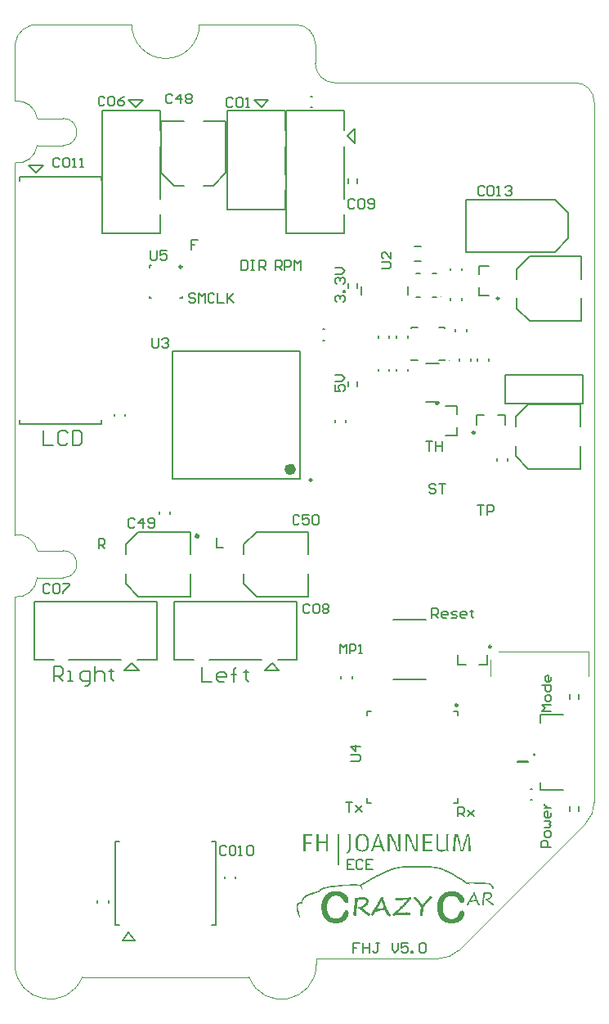
<source format=gto>
G04 Layer_Color=65535*
%FSLAX44Y44*%
%MOMM*%
G71*
G01*
G75*
%ADD49C,0.2000*%
%ADD52C,0.1000*%
%ADD65C,0.2500*%
%ADD66C,0.4000*%
%ADD67C,0.6000*%
%ADD68C,0.1200*%
%ADD69C,0.1700*%
G36*
X490414Y110239D02*
X492475D01*
Y109896D01*
X493162D01*
Y109552D01*
X493506D01*
Y109209D01*
X493849D01*
Y108865D01*
X494193D01*
Y108522D01*
Y108179D01*
Y107835D01*
Y107492D01*
Y107148D01*
Y106805D01*
Y106461D01*
Y106118D01*
Y105774D01*
X493849D01*
Y105431D01*
X493506D01*
Y105087D01*
Y104744D01*
X492819D01*
Y104400D01*
X492475D01*
Y104057D01*
X492132D01*
Y103713D01*
X491445D01*
Y103370D01*
X490758D01*
Y103026D01*
X490071D01*
Y102683D01*
Y102339D01*
X490758D01*
Y101996D01*
X491101D01*
Y101652D01*
X491445D01*
Y101309D01*
X492132D01*
Y100966D01*
X492475D01*
Y100622D01*
X492819D01*
Y100279D01*
X493162D01*
Y99935D01*
X493849D01*
Y99592D01*
X494193D01*
Y99248D01*
X494880D01*
Y98905D01*
X495223D01*
Y98561D01*
X495566D01*
Y98218D01*
Y97874D01*
Y97531D01*
X495223D01*
Y97187D01*
X494536D01*
Y97531D01*
X493849D01*
Y97874D01*
X493162D01*
Y98218D01*
X492819D01*
Y98561D01*
X492132D01*
Y98905D01*
Y99248D01*
X491445D01*
Y99592D01*
X491101D01*
Y99935D01*
X490758D01*
Y100279D01*
X490414D01*
Y100622D01*
X489727D01*
Y100966D01*
X489384D01*
Y101309D01*
X489040D01*
Y101652D01*
X488697D01*
Y101996D01*
X488010D01*
Y102339D01*
X487323D01*
Y102683D01*
X486980D01*
Y103026D01*
Y103370D01*
X487323D01*
Y103713D01*
X489384D01*
Y104057D01*
X490071D01*
Y104400D01*
X490758D01*
Y104744D01*
X491101D01*
Y105087D01*
X491788D01*
Y105431D01*
X492132D01*
Y105774D01*
X492475D01*
Y106118D01*
Y106461D01*
X492819D01*
Y106805D01*
Y107148D01*
Y107492D01*
Y107835D01*
Y108179D01*
X492475D01*
Y108522D01*
X491788D01*
Y108865D01*
X491101D01*
Y109209D01*
X488010D01*
Y108865D01*
X486980D01*
Y108522D01*
Y108179D01*
X486636D01*
Y107835D01*
Y107492D01*
Y107148D01*
Y106805D01*
Y106461D01*
Y106118D01*
X486293D01*
Y105774D01*
Y105431D01*
Y105087D01*
Y104744D01*
Y104400D01*
X485949D01*
Y104057D01*
Y103713D01*
Y103370D01*
Y103026D01*
Y102683D01*
Y102339D01*
Y101996D01*
X485606D01*
Y101652D01*
Y101309D01*
Y100966D01*
Y100622D01*
Y100279D01*
Y99935D01*
Y99592D01*
Y99248D01*
Y98905D01*
Y98561D01*
Y98218D01*
X485949D01*
Y97874D01*
Y97531D01*
X485606D01*
Y97187D01*
X484232D01*
Y97531D01*
X483888D01*
Y97874D01*
Y98218D01*
Y98561D01*
Y98905D01*
Y99248D01*
Y99592D01*
Y99935D01*
Y100279D01*
Y100622D01*
Y100966D01*
X484232D01*
Y101309D01*
Y101652D01*
Y101996D01*
Y102339D01*
Y102683D01*
Y103026D01*
Y103370D01*
X484575D01*
Y103713D01*
Y104057D01*
X484232D01*
Y104400D01*
X484575D01*
Y104744D01*
Y105087D01*
Y105431D01*
Y105774D01*
Y106118D01*
X484919D01*
Y106461D01*
Y106805D01*
Y107148D01*
Y107492D01*
X485262D01*
Y107835D01*
Y108179D01*
Y108522D01*
Y108865D01*
X484919D01*
Y109209D01*
Y109552D01*
Y109896D01*
X485606D01*
Y110239D01*
X486293D01*
Y109896D01*
X486636D01*
Y110239D01*
X490071D01*
Y110583D01*
X490414D01*
Y110239D01*
D02*
G37*
G36*
X410385Y105087D02*
X410728D01*
Y104744D01*
Y104400D01*
Y104057D01*
Y103713D01*
X410385D01*
Y103370D01*
X409698D01*
Y103026D01*
X409354D01*
Y102683D01*
X409011D01*
Y102339D01*
X408667D01*
Y101996D01*
X408324D01*
Y101652D01*
X407980D01*
Y101309D01*
Y100966D01*
X407637D01*
Y100622D01*
X407294D01*
Y100279D01*
X406950D01*
Y99935D01*
X406606D01*
Y99592D01*
X406263D01*
Y99248D01*
X405920D01*
Y98905D01*
X405576D01*
Y98561D01*
Y98218D01*
X405233D01*
Y97874D01*
X404889D01*
Y97531D01*
X404546D01*
Y97187D01*
X404202D01*
Y96844D01*
X403859D01*
Y96500D01*
X403515D01*
Y96157D01*
X403172D01*
Y95813D01*
X402828D01*
Y95470D01*
X402485D01*
Y95126D01*
X402141D01*
Y94783D01*
X401798D01*
Y94440D01*
X401454D01*
Y94096D01*
X401111D01*
Y93753D01*
X400767D01*
Y93409D01*
X400424D01*
Y93066D01*
X400080D01*
Y92722D01*
X399737D01*
Y92379D01*
X399394D01*
Y92035D01*
X399050D01*
Y91692D01*
X398707D01*
Y91348D01*
X398363D01*
Y91005D01*
X398020D01*
Y90661D01*
X397676D01*
Y90318D01*
X397333D01*
Y89974D01*
X396989D01*
Y89631D01*
X396646D01*
Y89287D01*
Y88944D01*
X396989D01*
Y89287D01*
X400767D01*
Y89631D01*
X404889D01*
Y89974D01*
X406263D01*
Y89631D01*
X408667D01*
Y89287D01*
X409354D01*
Y88944D01*
Y88601D01*
X409698D01*
Y88257D01*
Y87914D01*
Y87570D01*
X409354D01*
Y87227D01*
X409011D01*
Y86883D01*
X407294D01*
Y87227D01*
X398020D01*
Y86883D01*
X394928D01*
Y86540D01*
X393554D01*
Y86196D01*
X391494D01*
Y86540D01*
X391150D01*
Y86883D01*
Y87227D01*
Y87570D01*
Y87914D01*
X391494D01*
Y88257D01*
Y88601D01*
X392181D01*
Y88944D01*
X392524D01*
Y89287D01*
X392868D01*
Y89631D01*
X393211D01*
Y89974D01*
X393898D01*
Y90318D01*
X394241D01*
Y90661D01*
X394585D01*
Y91005D01*
X394928D01*
Y91348D01*
X395272D01*
Y91692D01*
X395615D01*
Y92035D01*
X395959D01*
Y92379D01*
X396646D01*
Y92722D01*
X396989D01*
Y93066D01*
X397333D01*
Y93409D01*
X397676D01*
Y93753D01*
X398020D01*
Y94096D01*
X398363D01*
Y94440D01*
X398707D01*
Y94783D01*
Y95126D01*
X399394D01*
Y95470D01*
X399737D01*
Y95813D01*
Y96157D01*
X400424D01*
Y96500D01*
X400767D01*
Y96844D01*
Y97187D01*
X401454D01*
Y97531D01*
Y97874D01*
X401798D01*
Y98218D01*
X402485D01*
Y98561D01*
Y98905D01*
X402828D01*
Y99248D01*
X403172D01*
Y99592D01*
X403515D01*
Y99935D01*
X403859D01*
Y100279D01*
X404202D01*
Y100622D01*
X404889D01*
Y100966D01*
Y101309D01*
X405233D01*
Y101652D01*
X405576D01*
Y101996D01*
X405920D01*
Y102339D01*
X406263D01*
Y102683D01*
Y103026D01*
X404889D01*
Y102683D01*
X402141D01*
Y102339D01*
X396989D01*
Y101996D01*
X396302D01*
Y102339D01*
X394585D01*
Y102683D01*
X393898D01*
Y103026D01*
X393554D01*
Y103370D01*
Y103713D01*
Y104057D01*
X393898D01*
Y104400D01*
X394241D01*
Y104744D01*
X395959D01*
Y104400D01*
X400080D01*
Y104744D01*
X405576D01*
Y105087D01*
X407637D01*
Y105431D01*
X410385D01*
Y105087D01*
D02*
G37*
G36*
X424124Y137374D02*
X431337D01*
Y137030D01*
X434428D01*
Y136687D01*
X437176D01*
Y136343D01*
X439237D01*
Y136000D01*
X440954D01*
Y135656D01*
X441641D01*
Y135313D01*
X443015D01*
Y134970D01*
X443702D01*
Y134626D01*
X444732D01*
Y134283D01*
X445419D01*
Y133939D01*
X446106D01*
Y133596D01*
X446793D01*
Y133252D01*
X447823D01*
Y132909D01*
X448511D01*
Y132565D01*
X449197D01*
Y132222D01*
X449884D01*
Y131878D01*
X450571D01*
Y131535D01*
X450915D01*
Y131191D01*
X451602D01*
Y130848D01*
X452289D01*
Y130504D01*
X452976D01*
Y130161D01*
X453663D01*
Y129817D01*
X454006D01*
Y129474D01*
X454693D01*
Y129130D01*
X455380D01*
Y128787D01*
X456067D01*
Y128444D01*
X456754D01*
Y128100D01*
X457097D01*
Y127757D01*
X457784D01*
Y127413D01*
X458128D01*
Y127070D01*
X458815D01*
Y126726D01*
X459502D01*
Y126383D01*
X459845D01*
Y126039D01*
X460532D01*
Y125696D01*
X460876D01*
Y125352D01*
X461562D01*
Y125009D01*
X462249D01*
Y124665D01*
X462593D01*
Y124322D01*
X463280D01*
Y123978D01*
X463623D01*
Y123635D01*
X464310D01*
Y123291D01*
X464654D01*
Y122948D01*
X465341D01*
Y122605D01*
X466028D01*
Y122261D01*
X466371D01*
Y121917D01*
X467058D01*
Y121574D01*
X467402D01*
Y121231D01*
X475988D01*
Y120887D01*
X482514D01*
Y120544D01*
X487667D01*
Y120200D01*
X491101D01*
Y119857D01*
X492132D01*
Y119513D01*
X492819D01*
Y119170D01*
X493162D01*
Y118826D01*
X493506D01*
Y118483D01*
X493849D01*
Y118139D01*
X494193D01*
Y117796D01*
X494536D01*
Y117452D01*
Y117109D01*
X494880D01*
Y116765D01*
X495223D01*
Y116422D01*
X495566D01*
Y116079D01*
Y115735D01*
X495910D01*
Y115392D01*
Y115048D01*
X496254D01*
Y114705D01*
Y114361D01*
X494536D01*
Y114705D01*
Y115048D01*
X494193D01*
Y115392D01*
X493849D01*
Y115735D01*
Y116079D01*
X493506D01*
Y116422D01*
X493162D01*
Y116765D01*
Y117109D01*
X492819D01*
Y117452D01*
X492475D01*
Y117796D01*
X492132D01*
Y118139D01*
X491445D01*
Y118483D01*
X490414D01*
Y118826D01*
X488354D01*
Y119170D01*
X482171D01*
Y119513D01*
X475645D01*
Y119857D01*
X470149D01*
Y119513D01*
Y119170D01*
X471180D01*
Y118826D01*
X471523D01*
Y118483D01*
X472210D01*
Y118139D01*
X470836D01*
Y118483D01*
X470149D01*
Y118826D01*
X469119D01*
Y119170D01*
X468432D01*
Y119513D01*
X467402D01*
Y119857D01*
X466715D01*
Y120200D01*
X466028D01*
Y120544D01*
X465684D01*
Y120887D01*
X464997D01*
Y121231D01*
X464654D01*
Y121574D01*
X463967D01*
Y121917D01*
X463623D01*
Y122261D01*
X462936D01*
Y122605D01*
X462593D01*
Y122948D01*
X461906D01*
Y123291D01*
X461562D01*
Y123635D01*
X460876D01*
Y123978D01*
X460189D01*
Y124322D01*
X459845D01*
Y124665D01*
X459158D01*
Y125009D01*
X458815D01*
Y125352D01*
X458128D01*
Y125696D01*
X457441D01*
Y126039D01*
X457097D01*
Y126383D01*
X456410D01*
Y126726D01*
X456067D01*
Y127070D01*
X455380D01*
Y127413D01*
X454693D01*
Y127757D01*
X454006D01*
Y128100D01*
X453319D01*
Y128444D01*
X452976D01*
Y128787D01*
X452289D01*
Y129130D01*
X451602D01*
Y129474D01*
X450915D01*
Y129817D01*
X450228D01*
Y130161D01*
X449884D01*
Y130504D01*
X449197D01*
Y130848D01*
X448511D01*
Y131191D01*
X447823D01*
Y131535D01*
X447136D01*
Y131878D01*
X446450D01*
Y132222D01*
X445419D01*
Y132565D01*
X444732D01*
Y132909D01*
X444045D01*
Y133252D01*
X443015D01*
Y133596D01*
X442328D01*
Y133939D01*
X441297D01*
Y134283D01*
X440267D01*
Y134626D01*
X438893D01*
Y134970D01*
X437176D01*
Y135313D01*
X434085D01*
Y135656D01*
X430650D01*
Y136000D01*
X426185D01*
Y136343D01*
X404889D01*
Y136000D01*
X401111D01*
Y135656D01*
X398707D01*
Y135313D01*
X396302D01*
Y134970D01*
X394585D01*
Y134626D01*
X393211D01*
Y134283D01*
X391837D01*
Y133939D01*
X390807D01*
Y133596D01*
X389776D01*
Y133252D01*
X389089D01*
Y132909D01*
X388402D01*
Y132565D01*
X387372D01*
Y132222D01*
X386342D01*
Y131878D01*
X385655D01*
Y131535D01*
X384968D01*
Y131191D01*
X384281D01*
Y130848D01*
X383250D01*
Y130504D01*
X382563D01*
Y130161D01*
X381876D01*
Y129817D01*
X381189D01*
Y129474D01*
X380502D01*
Y129130D01*
X379815D01*
Y128787D01*
X379128D01*
Y128444D01*
X378442D01*
Y128100D01*
X377755D01*
Y127757D01*
X377068D01*
Y127413D01*
X376381D01*
Y127070D01*
X375694D01*
Y126726D01*
X375007D01*
Y126383D01*
X374320D01*
Y126039D01*
X373976D01*
Y125696D01*
X373289D01*
Y125352D01*
X372603D01*
Y125009D01*
X371916D01*
Y124665D01*
X371229D01*
Y124322D01*
X370542D01*
Y123978D01*
X369855D01*
Y123635D01*
X369511D01*
Y123291D01*
X368824D01*
Y122948D01*
X368137D01*
Y122605D01*
X367450D01*
Y122261D01*
X366763D01*
Y121917D01*
X366077D01*
Y121574D01*
X365733D01*
Y121231D01*
X365046D01*
Y120887D01*
X364359D01*
Y120544D01*
X363672D01*
Y120200D01*
X363329D01*
Y119857D01*
X362642D01*
Y119513D01*
X361955D01*
Y119170D01*
X361611D01*
Y118826D01*
X360924D01*
Y118483D01*
X360237D01*
Y118139D01*
X359550D01*
Y117796D01*
X359207D01*
Y117452D01*
X358520D01*
Y117109D01*
Y116765D01*
X358863D01*
Y116422D01*
X359207D01*
Y116079D01*
Y115735D01*
X359550D01*
Y115392D01*
Y115048D01*
X359894D01*
Y114705D01*
Y114361D01*
X360237D01*
Y114018D01*
Y113674D01*
X360581D01*
Y113331D01*
X359894D01*
Y113674D01*
X359550D01*
Y114018D01*
X359207D01*
Y114361D01*
X358863D01*
Y114705D01*
Y115048D01*
X358520D01*
Y115392D01*
X358177D01*
Y115735D01*
X357833D01*
Y116079D01*
X357490D01*
Y116422D01*
X357146D01*
Y116765D01*
X356803D01*
Y117109D01*
X354398D01*
Y117452D01*
X347185D01*
Y117109D01*
X339285D01*
Y116765D01*
X335507D01*
Y116422D01*
X331729D01*
Y116079D01*
X329325D01*
Y115735D01*
X327264D01*
Y115392D01*
X324860D01*
Y115048D01*
X323142D01*
Y114705D01*
X321768D01*
Y114361D01*
X320394D01*
Y114018D01*
X319364D01*
Y113674D01*
X318677D01*
Y113331D01*
X317647D01*
Y112987D01*
X317303D01*
Y112644D01*
X316616D01*
Y112300D01*
Y111957D01*
Y111613D01*
Y111270D01*
X315929D01*
Y110926D01*
X314899D01*
Y110583D01*
X313868D01*
Y110239D01*
X313181D01*
Y109896D01*
X311807D01*
Y109552D01*
X310777D01*
Y109209D01*
X309747D01*
Y108865D01*
X308373D01*
Y108522D01*
X307686D01*
Y108179D01*
X306312D01*
Y107835D01*
X305625D01*
Y107492D01*
X304594D01*
Y107148D01*
X303564D01*
Y106805D01*
X302877D01*
Y106461D01*
X302190D01*
Y106118D01*
X301847D01*
Y105774D01*
X301160D01*
Y105431D01*
X300816D01*
Y105087D01*
X300129D01*
Y104744D01*
X299786D01*
Y104400D01*
X299442D01*
Y104057D01*
Y103713D01*
X299099D01*
Y103370D01*
X298755D01*
Y103026D01*
X298412D01*
Y102683D01*
Y102339D01*
X298068D01*
Y101996D01*
Y101652D01*
Y101309D01*
Y100966D01*
Y100622D01*
X297725D01*
Y100279D01*
Y99935D01*
Y99592D01*
Y99248D01*
X298068D01*
Y98905D01*
X295321D01*
Y98561D01*
X294634D01*
Y98218D01*
X294290D01*
Y97874D01*
X293603D01*
Y97531D01*
Y97187D01*
X293260D01*
Y96844D01*
Y96500D01*
X292916D01*
Y96157D01*
Y95813D01*
X293260D01*
Y95470D01*
X292916D01*
Y95126D01*
Y94783D01*
Y94440D01*
X293260D01*
Y94096D01*
X292916D01*
Y93753D01*
Y93409D01*
Y93066D01*
X293260D01*
Y92722D01*
Y92379D01*
Y92035D01*
X293603D01*
Y91692D01*
Y91348D01*
Y91005D01*
X293947D01*
Y90661D01*
Y90318D01*
Y89974D01*
Y89631D01*
X294290D01*
Y89287D01*
Y88944D01*
Y88601D01*
X294634D01*
Y88257D01*
Y87914D01*
Y87570D01*
Y87227D01*
X294977D01*
Y86883D01*
Y86540D01*
Y86196D01*
Y85853D01*
Y85509D01*
X295321D01*
Y85166D01*
Y84822D01*
X295664D01*
Y84479D01*
X293947D01*
Y84822D01*
Y85166D01*
Y85509D01*
Y85853D01*
X293603D01*
Y86196D01*
Y86540D01*
Y86883D01*
X293260D01*
Y87227D01*
Y87570D01*
Y87914D01*
X292916D01*
Y88257D01*
Y88601D01*
Y88944D01*
Y89287D01*
Y89631D01*
X292573D01*
Y89974D01*
Y90318D01*
Y90661D01*
X292229D01*
Y91005D01*
Y91348D01*
Y91692D01*
X291886D01*
Y92035D01*
Y92379D01*
Y92722D01*
Y93066D01*
Y93409D01*
Y93753D01*
Y94096D01*
X291542D01*
Y94440D01*
Y94783D01*
Y95126D01*
Y95470D01*
X291886D01*
Y95813D01*
Y96157D01*
Y96500D01*
Y96844D01*
Y97187D01*
Y97531D01*
Y97874D01*
X292229D01*
Y98218D01*
Y98561D01*
X292573D01*
Y98905D01*
X292916D01*
Y99248D01*
X293260D01*
Y99592D01*
X293603D01*
Y99935D01*
X294634D01*
Y100279D01*
X296695D01*
Y100622D01*
Y100966D01*
Y101309D01*
Y101652D01*
Y101996D01*
Y102339D01*
X297038D01*
Y102683D01*
Y103026D01*
Y103370D01*
X297381D01*
Y103713D01*
Y104057D01*
X297725D01*
Y104400D01*
Y104744D01*
X298068D01*
Y105087D01*
X298412D01*
Y105431D01*
X298755D01*
Y105774D01*
X299099D01*
Y106118D01*
X299442D01*
Y106461D01*
X300129D01*
Y106805D01*
X300473D01*
Y107148D01*
X301160D01*
Y107492D01*
X301503D01*
Y107835D01*
X302190D01*
Y108179D01*
X303221D01*
Y108522D01*
X303908D01*
Y108865D01*
X304938D01*
Y109209D01*
X305625D01*
Y109552D01*
X306999D01*
Y109896D01*
X308029D01*
Y110239D01*
X309060D01*
Y110583D01*
X310434D01*
Y110926D01*
X311464D01*
Y111270D01*
X312494D01*
Y111613D01*
X313525D01*
Y111957D01*
X314555D01*
Y112300D01*
X315242D01*
Y112644D01*
Y112987D01*
Y113331D01*
X315586D01*
Y113674D01*
X315929D01*
Y114018D01*
X316616D01*
Y114361D01*
X316960D01*
Y114705D01*
X317990D01*
Y115048D01*
X318677D01*
Y115392D01*
X320051D01*
Y115735D01*
X321425D01*
Y116079D01*
X322799D01*
Y116422D01*
X324860D01*
Y116765D01*
X326920D01*
Y117109D01*
X328981D01*
Y117452D01*
X332072D01*
Y117796D01*
X335164D01*
Y118139D01*
X338942D01*
Y118483D01*
X346842D01*
Y118826D01*
X354742D01*
Y118483D01*
X357833D01*
Y118826D01*
X358520D01*
Y119170D01*
X358863D01*
Y119513D01*
X359550D01*
Y119857D01*
X360237D01*
Y120200D01*
X360581D01*
Y120544D01*
X361268D01*
Y120887D01*
X361955D01*
Y121231D01*
X362642D01*
Y121574D01*
X362985D01*
Y121917D01*
X363672D01*
Y122261D01*
X364359D01*
Y122605D01*
X365046D01*
Y122948D01*
X365390D01*
Y123291D01*
X366077D01*
Y123635D01*
X366763D01*
Y123978D01*
X367450D01*
Y124322D01*
X368137D01*
Y124665D01*
X368824D01*
Y125009D01*
X369168D01*
Y125352D01*
X369855D01*
Y125696D01*
X370542D01*
Y126039D01*
X371229D01*
Y126383D01*
X371916D01*
Y126726D01*
X372603D01*
Y127070D01*
X372946D01*
Y127413D01*
X373633D01*
Y127757D01*
X374320D01*
Y128100D01*
X375007D01*
Y128444D01*
X375694D01*
Y128787D01*
X376381D01*
Y129130D01*
X377068D01*
Y129474D01*
X377755D01*
Y129817D01*
X378442D01*
Y130161D01*
X379128D01*
Y130504D01*
X379815D01*
Y130848D01*
X380502D01*
Y131191D01*
X381189D01*
Y131535D01*
X381876D01*
Y131878D01*
X382563D01*
Y132222D01*
X383250D01*
Y132565D01*
X384281D01*
Y132909D01*
X384968D01*
Y133252D01*
X385998D01*
Y133596D01*
X387028D01*
Y133939D01*
X387715D01*
Y134283D01*
X388402D01*
Y134626D01*
X389433D01*
Y134970D01*
X390120D01*
Y135313D01*
X391494D01*
Y135656D01*
X392524D01*
Y136000D01*
X393898D01*
Y136343D01*
X396302D01*
Y136687D01*
X398020D01*
Y137030D01*
X400767D01*
Y137374D01*
X406263D01*
Y137717D01*
X424124D01*
Y137374D01*
D02*
G37*
G36*
X347684Y169694D02*
Y168925D01*
Y168155D01*
Y167386D01*
Y166616D01*
Y165847D01*
Y165078D01*
Y164308D01*
Y163539D01*
Y162769D01*
Y162000D01*
Y161231D01*
Y160461D01*
Y159692D01*
Y158922D01*
Y158153D01*
Y157383D01*
Y156614D01*
Y155845D01*
Y155075D01*
Y154306D01*
Y153536D01*
X346915D01*
Y152767D01*
Y151997D01*
X346146D01*
Y151228D01*
X344607D01*
Y150459D01*
X343068D01*
Y151228D01*
Y151997D01*
X344607D01*
Y152767D01*
X345376D01*
Y153536D01*
Y154306D01*
X346146D01*
Y155075D01*
Y155845D01*
Y156614D01*
Y157383D01*
Y158153D01*
Y158922D01*
Y159692D01*
Y160461D01*
Y161231D01*
Y162000D01*
Y162769D01*
Y163539D01*
Y164308D01*
Y165078D01*
Y165847D01*
Y166616D01*
Y167386D01*
Y168155D01*
Y168925D01*
Y169694D01*
X345376D01*
Y170464D01*
X347684D01*
Y169694D01*
D02*
G37*
G36*
X336143D02*
Y168925D01*
Y168155D01*
Y167386D01*
Y166616D01*
Y165847D01*
Y165078D01*
Y164308D01*
Y163539D01*
Y162769D01*
Y162000D01*
Y161231D01*
Y160461D01*
Y159692D01*
Y158922D01*
Y158153D01*
Y157383D01*
Y156614D01*
Y155845D01*
Y155075D01*
Y154306D01*
Y153536D01*
Y152767D01*
Y151997D01*
Y151228D01*
Y150459D01*
Y149689D01*
Y148920D01*
Y148150D01*
Y147381D01*
Y146612D01*
Y145842D01*
Y145073D01*
Y144303D01*
Y143534D01*
Y142765D01*
Y141995D01*
Y141226D01*
Y140456D01*
Y139687D01*
Y138917D01*
X333835D01*
Y139687D01*
Y140456D01*
Y141226D01*
Y141995D01*
Y142765D01*
Y143534D01*
Y144303D01*
Y145073D01*
Y145842D01*
Y146612D01*
Y147381D01*
Y148150D01*
Y148920D01*
Y149689D01*
Y150459D01*
Y151228D01*
Y151997D01*
Y152767D01*
Y153536D01*
Y154306D01*
Y155075D01*
Y155845D01*
Y156614D01*
Y157383D01*
Y158153D01*
Y158922D01*
Y159692D01*
Y160461D01*
Y161231D01*
Y162000D01*
Y162769D01*
Y163539D01*
Y164308D01*
Y165078D01*
Y165847D01*
Y166616D01*
Y167386D01*
Y168155D01*
Y168925D01*
Y169694D01*
Y170464D01*
X336143D01*
Y169694D01*
D02*
G37*
G36*
X335851Y111270D02*
X337225D01*
Y110926D01*
X338255D01*
Y110583D01*
X338942D01*
Y110239D01*
X339629D01*
Y109896D01*
X340316D01*
Y109552D01*
X341003D01*
Y109209D01*
X341346D01*
Y108865D01*
X341690D01*
Y108522D01*
X342377D01*
Y108179D01*
X342720D01*
Y107835D01*
X343064D01*
Y107492D01*
X343407D01*
Y107148D01*
Y106805D01*
X343751D01*
Y106461D01*
X344094D01*
Y106118D01*
X344438D01*
Y105774D01*
X344781D01*
Y105431D01*
Y105087D01*
Y104744D01*
X345125D01*
Y104400D01*
Y104057D01*
X345468D01*
Y103713D01*
Y103370D01*
Y103026D01*
Y102683D01*
Y102339D01*
Y101996D01*
Y101652D01*
Y101309D01*
Y100966D01*
X345125D01*
Y100622D01*
Y100279D01*
X344781D01*
Y99935D01*
X344094D01*
Y99592D01*
X342033D01*
Y99935D01*
X341346D01*
Y100279D01*
X341003D01*
Y100622D01*
Y100966D01*
X340659D01*
Y101309D01*
X340316D01*
Y101652D01*
Y101996D01*
Y102339D01*
X339972D01*
Y102683D01*
X339629D01*
Y103026D01*
X339285D01*
Y103370D01*
Y103713D01*
X338942D01*
Y104057D01*
X338599D01*
Y104400D01*
Y104744D01*
X338255D01*
Y105087D01*
X337911D01*
Y105431D01*
X337225D01*
Y105774D01*
X336881D01*
Y106118D01*
X336194D01*
Y106461D01*
X335507D01*
Y106805D01*
X334133D01*
Y107148D01*
X330699D01*
Y106805D01*
X329668D01*
Y106461D01*
X328638D01*
Y106118D01*
X328294D01*
Y105774D01*
X327607D01*
Y105431D01*
X327264D01*
Y105087D01*
X326920D01*
Y104744D01*
X326577D01*
Y104400D01*
X326233D01*
Y104057D01*
X325890D01*
Y103713D01*
X325546D01*
Y103370D01*
X325203D01*
Y103026D01*
Y102683D01*
X324860D01*
Y102339D01*
Y101996D01*
X324516D01*
Y101652D01*
Y101309D01*
X324173D01*
Y100966D01*
Y100622D01*
Y100279D01*
X323829D01*
Y99935D01*
Y99592D01*
Y99248D01*
Y98905D01*
X323486D01*
Y98561D01*
Y98218D01*
Y97874D01*
Y97531D01*
Y97187D01*
Y96844D01*
Y96500D01*
Y96157D01*
Y95813D01*
Y95470D01*
Y95126D01*
Y94783D01*
Y94440D01*
Y94096D01*
Y93753D01*
Y93409D01*
Y93066D01*
Y92722D01*
Y92379D01*
Y92035D01*
Y91692D01*
Y91348D01*
Y91005D01*
X323829D01*
Y90661D01*
Y90318D01*
Y89974D01*
Y89631D01*
X324173D01*
Y89287D01*
Y88944D01*
Y88601D01*
X324516D01*
Y88257D01*
Y87914D01*
Y87570D01*
X324860D01*
Y87227D01*
X325203D01*
Y86883D01*
Y86540D01*
X325546D01*
Y86196D01*
X325890D01*
Y85853D01*
X326233D01*
Y85509D01*
X326577D01*
Y85166D01*
X326920D01*
Y84822D01*
X327264D01*
Y84479D01*
X327951D01*
Y84135D01*
X328638D01*
Y83792D01*
X329668D01*
Y83448D01*
X335164D01*
Y83792D01*
X336194D01*
Y84135D01*
X336538D01*
Y84479D01*
X337225D01*
Y84822D01*
X337568D01*
Y85166D01*
X337911D01*
Y85509D01*
X338255D01*
Y85853D01*
X338942D01*
Y86196D01*
Y86540D01*
X339285D01*
Y86883D01*
Y87227D01*
X339629D01*
Y87570D01*
X339972D01*
Y87914D01*
Y88257D01*
Y88601D01*
X340316D01*
Y88944D01*
Y89287D01*
X340659D01*
Y89631D01*
Y89974D01*
X341003D01*
Y90318D01*
Y90661D01*
X341346D01*
Y91005D01*
X341690D01*
Y91348D01*
X342033D01*
Y91692D01*
X344094D01*
Y91348D01*
X344781D01*
Y91005D01*
X345125D01*
Y90661D01*
X345468D01*
Y90318D01*
Y89974D01*
Y89631D01*
X345811D01*
Y89287D01*
Y88944D01*
Y88601D01*
X345468D01*
Y88257D01*
Y87914D01*
Y87570D01*
Y87227D01*
Y86883D01*
X345125D01*
Y86540D01*
Y86196D01*
X344781D01*
Y85853D01*
Y85509D01*
Y85166D01*
X344438D01*
Y84822D01*
Y84479D01*
X344094D01*
Y84135D01*
X343751D01*
Y83792D01*
Y83448D01*
X343407D01*
Y83105D01*
X343064D01*
Y82761D01*
X342720D01*
Y82418D01*
X342377D01*
Y82074D01*
X342033D01*
Y81731D01*
X341690D01*
Y81388D01*
X341346D01*
Y81044D01*
X340659D01*
Y80701D01*
X340316D01*
Y80357D01*
X339629D01*
Y80014D01*
X338942D01*
Y79670D01*
X338255D01*
Y79327D01*
X337225D01*
Y78983D01*
X335851D01*
Y78640D01*
X328981D01*
Y78983D01*
X327607D01*
Y79327D01*
X326577D01*
Y79670D01*
X325546D01*
Y80014D01*
X324860D01*
Y80357D01*
X324173D01*
Y80701D01*
X323829D01*
Y81044D01*
X323142D01*
Y81388D01*
X322799D01*
Y81731D01*
X322455D01*
Y82074D01*
X322112D01*
Y82418D01*
X321768D01*
Y82761D01*
X321425D01*
Y83105D01*
X321081D01*
Y83448D01*
X320738D01*
Y83792D01*
Y84135D01*
X320394D01*
Y84479D01*
X320051D01*
Y84822D01*
Y85166D01*
X319707D01*
Y85509D01*
Y85853D01*
X319364D01*
Y86196D01*
X319020D01*
Y86540D01*
Y86883D01*
Y87227D01*
X318677D01*
Y87570D01*
Y87914D01*
X318333D01*
Y88257D01*
Y88601D01*
X317990D01*
Y88944D01*
Y89287D01*
Y89631D01*
Y89974D01*
Y90318D01*
X317647D01*
Y90661D01*
Y91005D01*
Y91348D01*
Y91692D01*
X317303D01*
Y92035D01*
Y92379D01*
Y92722D01*
Y93066D01*
Y93409D01*
Y93753D01*
Y94096D01*
Y94440D01*
Y94783D01*
Y95126D01*
Y95470D01*
Y95813D01*
Y96157D01*
Y96500D01*
Y96844D01*
Y97187D01*
Y97531D01*
Y97874D01*
Y98218D01*
Y98561D01*
X317647D01*
Y98905D01*
Y99248D01*
Y99592D01*
Y99935D01*
Y100279D01*
X317990D01*
Y100622D01*
Y100966D01*
Y101309D01*
Y101652D01*
X318333D01*
Y101996D01*
Y102339D01*
X318677D01*
Y102683D01*
Y103026D01*
Y103370D01*
X319020D01*
Y103713D01*
Y104057D01*
X319364D01*
Y104400D01*
Y104744D01*
X319707D01*
Y105087D01*
X320051D01*
Y105431D01*
Y105774D01*
X320394D01*
Y106118D01*
X320738D01*
Y106461D01*
Y106805D01*
X321081D01*
Y107148D01*
X321425D01*
Y107492D01*
X321768D01*
Y107835D01*
X322112D01*
Y108179D01*
X322455D01*
Y108522D01*
X323142D01*
Y108865D01*
X323486D01*
Y109209D01*
X324173D01*
Y109552D01*
X324516D01*
Y109896D01*
X325203D01*
Y110239D01*
X325890D01*
Y110583D01*
X326577D01*
Y110926D01*
X327607D01*
Y111270D01*
X329325D01*
Y111613D01*
X335851D01*
Y111270D01*
D02*
G37*
G36*
X360237Y105431D02*
X362985D01*
Y105087D01*
X363672D01*
Y104744D01*
X364359D01*
Y104400D01*
X364703D01*
Y104057D01*
X365046D01*
Y103713D01*
X365390D01*
Y103370D01*
Y103026D01*
X365733D01*
Y102683D01*
X366077D01*
Y102339D01*
Y101996D01*
Y101652D01*
Y101309D01*
Y100966D01*
Y100622D01*
Y100279D01*
Y99935D01*
Y99592D01*
Y99248D01*
X365733D01*
Y98905D01*
Y98561D01*
X365390D01*
Y98218D01*
X365046D01*
Y97874D01*
Y97531D01*
X364703D01*
Y97187D01*
X364359D01*
Y96844D01*
X363672D01*
Y96500D01*
X363329D01*
Y96157D01*
X362985D01*
Y95813D01*
X362642D01*
Y95470D01*
X361955D01*
Y95126D01*
X361268D01*
Y94783D01*
X360581D01*
Y94440D01*
X360237D01*
Y94096D01*
Y93753D01*
X360581D01*
Y93409D01*
X360924D01*
Y93066D01*
X361611D01*
Y92722D01*
X361955D01*
Y92379D01*
X362298D01*
Y92035D01*
X362642D01*
Y91692D01*
X363329D01*
Y91348D01*
X363672D01*
Y91005D01*
X364016D01*
Y90661D01*
X364359D01*
Y90318D01*
X365046D01*
Y89974D01*
X365390D01*
Y89631D01*
X366077D01*
Y89287D01*
X366420D01*
Y88944D01*
X367107D01*
Y88601D01*
X367450D01*
Y88257D01*
X367794D01*
Y87914D01*
Y87570D01*
Y87227D01*
Y86883D01*
Y86540D01*
X367107D01*
Y86196D01*
X365733D01*
Y86540D01*
X365046D01*
Y86883D01*
X364703D01*
Y87227D01*
X364359D01*
Y87570D01*
X363672D01*
Y87914D01*
X363329D01*
Y88257D01*
X362985D01*
Y88601D01*
X362298D01*
Y88944D01*
X361955D01*
Y89287D01*
X361611D01*
Y89631D01*
X361268D01*
Y89974D01*
X360924D01*
Y90318D01*
X360237D01*
Y90661D01*
X359894D01*
Y91005D01*
X359550D01*
Y91348D01*
X359207D01*
Y91692D01*
X358863D01*
Y92035D01*
X358520D01*
Y92379D01*
X357833D01*
Y92722D01*
X357490D01*
Y93066D01*
X357146D01*
Y93409D01*
X356459D01*
Y93753D01*
X355429D01*
Y94096D01*
Y94440D01*
Y94783D01*
Y95126D01*
Y95470D01*
X355772D01*
Y95813D01*
X358520D01*
Y96157D01*
X359550D01*
Y96500D01*
X360237D01*
Y96844D01*
X360581D01*
Y97187D01*
X361268D01*
Y97531D01*
X361611D01*
Y97874D01*
X361955D01*
Y98218D01*
X362298D01*
Y98561D01*
X362985D01*
Y98905D01*
Y99248D01*
X363329D01*
Y99592D01*
Y99935D01*
X363672D01*
Y100279D01*
Y100622D01*
Y100966D01*
Y101309D01*
Y101652D01*
Y101996D01*
X363329D01*
Y102339D01*
X362985D01*
Y102683D01*
X362642D01*
Y103026D01*
X361955D01*
Y103370D01*
X356116D01*
Y103026D01*
X355429D01*
Y102683D01*
Y102339D01*
Y101996D01*
X355085D01*
Y101652D01*
Y101309D01*
Y100966D01*
Y100622D01*
Y100279D01*
X354742D01*
Y99935D01*
Y99592D01*
Y99248D01*
Y98905D01*
X354398D01*
Y98561D01*
Y98218D01*
Y97874D01*
Y97531D01*
Y97187D01*
Y96844D01*
Y96500D01*
Y96157D01*
Y95813D01*
X354055D01*
Y95470D01*
Y95126D01*
Y94783D01*
Y94440D01*
Y94096D01*
Y93753D01*
X353711D01*
Y93409D01*
Y93066D01*
Y92722D01*
Y92379D01*
Y92035D01*
Y91692D01*
Y91348D01*
Y91005D01*
Y90661D01*
Y90318D01*
Y89974D01*
Y89631D01*
Y89287D01*
Y88944D01*
Y88601D01*
Y88257D01*
Y87914D01*
Y87570D01*
Y87227D01*
Y86883D01*
Y86540D01*
X353368D01*
Y86196D01*
X353024D01*
Y85853D01*
X351307D01*
Y86196D01*
X350964D01*
Y86540D01*
Y86883D01*
Y87227D01*
X350620D01*
Y87570D01*
Y87914D01*
Y88257D01*
Y88601D01*
Y88944D01*
Y89287D01*
Y89631D01*
Y89974D01*
Y90318D01*
Y90661D01*
X350964D01*
Y91005D01*
Y91348D01*
Y91692D01*
Y92035D01*
Y92379D01*
Y92722D01*
Y93066D01*
Y93409D01*
Y93753D01*
X351307D01*
Y94096D01*
Y94440D01*
X350964D01*
Y94783D01*
X351307D01*
Y95126D01*
Y95470D01*
Y95813D01*
Y96157D01*
Y96500D01*
Y96844D01*
X351651D01*
Y97187D01*
Y97531D01*
Y97874D01*
Y98218D01*
Y98561D01*
X351994D01*
Y98905D01*
Y99248D01*
Y99592D01*
Y99935D01*
X352337D01*
Y100279D01*
X351994D01*
Y100622D01*
X352337D01*
Y100966D01*
Y101309D01*
Y101652D01*
Y101996D01*
Y102339D01*
Y102683D01*
Y103026D01*
X351994D01*
Y103370D01*
Y103713D01*
Y104057D01*
Y104400D01*
X352337D01*
Y104744D01*
X353024D01*
Y105087D01*
X356116D01*
Y105431D01*
X359894D01*
Y105774D01*
X360237D01*
Y105431D01*
D02*
G37*
G36*
X381189D02*
X381533D01*
Y105087D01*
X381876D01*
Y104744D01*
Y104400D01*
Y104057D01*
X381533D01*
Y103713D01*
Y103370D01*
X381876D01*
Y103026D01*
Y102683D01*
Y102339D01*
X382220D01*
Y101996D01*
Y101652D01*
X382563D01*
Y101309D01*
Y100966D01*
Y100622D01*
Y100279D01*
X382907D01*
Y99935D01*
Y99592D01*
X383250D01*
Y99248D01*
Y98905D01*
Y98561D01*
X383594D01*
Y98218D01*
Y97874D01*
Y97531D01*
X383937D01*
Y97187D01*
Y96844D01*
Y96500D01*
X384281D01*
Y96157D01*
Y95813D01*
X384624D01*
Y95470D01*
Y95126D01*
Y94783D01*
Y94440D01*
X384968D01*
Y94096D01*
Y93753D01*
X385311D01*
Y93409D01*
Y93066D01*
X385655D01*
Y92722D01*
Y92379D01*
X385998D01*
Y92035D01*
Y91692D01*
X386342D01*
Y91348D01*
Y91005D01*
X386685D01*
Y90661D01*
Y90318D01*
X387028D01*
Y89974D01*
X387372D01*
Y89631D01*
X387715D01*
Y89287D01*
Y88944D01*
X388059D01*
Y88601D01*
X388402D01*
Y88257D01*
X388746D01*
Y87914D01*
X389089D01*
Y87570D01*
X389433D01*
Y87227D01*
Y86883D01*
Y86540D01*
X389089D01*
Y86196D01*
X388746D01*
Y85853D01*
X388402D01*
Y85509D01*
X387372D01*
Y85853D01*
X386685D01*
Y86196D01*
X386342D01*
Y86540D01*
X385998D01*
Y86883D01*
X385655D01*
Y87227D01*
X385311D01*
Y87570D01*
X384968D01*
Y87914D01*
Y88257D01*
X384624D01*
Y88601D01*
Y88944D01*
X384281D01*
Y89287D01*
Y89631D01*
X383937D01*
Y89974D01*
Y90318D01*
X383594D01*
Y90661D01*
Y91005D01*
X383250D01*
Y91348D01*
Y91692D01*
Y92035D01*
Y92379D01*
X380846D01*
Y92035D01*
X379472D01*
Y91692D01*
X378098D01*
Y91348D01*
X376381D01*
Y91005D01*
X375350D01*
Y90661D01*
X374320D01*
Y91005D01*
X373633D01*
Y90661D01*
Y90318D01*
X373289D01*
Y89974D01*
Y89631D01*
X372946D01*
Y89287D01*
X372603D01*
Y88944D01*
Y88601D01*
X372259D01*
Y88257D01*
Y87914D01*
X371916D01*
Y87570D01*
X371572D01*
Y87227D01*
Y86883D01*
X371229D01*
Y86540D01*
X370885D01*
Y86196D01*
X369511D01*
Y86540D01*
X368824D01*
Y86883D01*
Y87227D01*
Y87570D01*
Y87914D01*
Y88257D01*
X369168D01*
Y88601D01*
Y88944D01*
X369511D01*
Y89287D01*
Y89631D01*
X369855D01*
Y89974D01*
X370198D01*
Y90318D01*
Y90661D01*
X370542D01*
Y91005D01*
X370885D01*
Y91348D01*
Y91692D01*
X371229D01*
Y92035D01*
Y92379D01*
X371572D01*
Y92722D01*
X371916D01*
Y93066D01*
X372259D01*
Y93409D01*
Y93753D01*
X372603D01*
Y94096D01*
Y94440D01*
X372946D01*
Y94783D01*
X373289D01*
Y95126D01*
Y95470D01*
X373633D01*
Y95813D01*
X373976D01*
Y96157D01*
Y96500D01*
X374320D01*
Y96844D01*
Y97187D01*
X374663D01*
Y97531D01*
Y97874D01*
X375007D01*
Y98218D01*
X375350D01*
Y98561D01*
Y98905D01*
X375694D01*
Y99248D01*
Y99592D01*
X376037D01*
Y99935D01*
Y100279D01*
X376381D01*
Y100622D01*
X376724D01*
Y100966D01*
Y101309D01*
X377068D01*
Y101652D01*
Y101996D01*
X377411D01*
Y102339D01*
Y102683D01*
X377755D01*
Y103026D01*
X378098D01*
Y103370D01*
Y103713D01*
X378442D01*
Y104057D01*
Y104400D01*
X378785D01*
Y104744D01*
Y105087D01*
X379128D01*
Y105431D01*
X379815D01*
Y105774D01*
X381189D01*
Y105431D01*
D02*
G37*
G36*
X476675Y109896D02*
Y109552D01*
Y109209D01*
Y108865D01*
Y108522D01*
X477019D01*
Y108179D01*
Y107835D01*
Y107492D01*
Y107148D01*
X477362D01*
Y106805D01*
Y106461D01*
X477706D01*
Y106118D01*
Y105774D01*
Y105431D01*
X478049D01*
Y105087D01*
Y104744D01*
Y104400D01*
X478393D01*
Y104057D01*
Y103713D01*
Y103370D01*
X478736D01*
Y103026D01*
Y102683D01*
X479080D01*
Y102339D01*
Y101996D01*
X479423D01*
Y101652D01*
Y101309D01*
X479767D01*
Y100966D01*
Y100622D01*
X480110D01*
Y100279D01*
Y99935D01*
X480454D01*
Y99592D01*
X480797D01*
Y99248D01*
Y98905D01*
X481141D01*
Y98561D01*
X481484D01*
Y98218D01*
X481828D01*
Y97874D01*
Y97531D01*
Y97187D01*
X481484D01*
Y96844D01*
X480454D01*
Y97187D01*
X480110D01*
Y97531D01*
X479767D01*
Y97874D01*
X479423D01*
Y98218D01*
X479080D01*
Y98561D01*
Y98905D01*
X478736D01*
Y99248D01*
X478393D01*
Y99592D01*
Y99935D01*
Y100279D01*
X478049D01*
Y100622D01*
Y100966D01*
X477706D01*
Y101309D01*
Y101652D01*
X477019D01*
Y101309D01*
X474614D01*
Y100966D01*
X473584D01*
Y100622D01*
X472210D01*
Y100279D01*
X471867D01*
Y100622D01*
X471180D01*
Y100279D01*
X470836D01*
Y99935D01*
Y99592D01*
X470493D01*
Y99248D01*
Y98905D01*
X470149D01*
Y98561D01*
Y98218D01*
X469806D01*
Y97874D01*
X469462D01*
Y97531D01*
X469119D01*
Y97187D01*
X468775D01*
Y97531D01*
X468088D01*
Y97874D01*
X467745D01*
Y98218D01*
X468088D01*
Y98561D01*
Y98905D01*
X468432D01*
Y99248D01*
X468775D01*
Y99592D01*
Y99935D01*
X469119D01*
Y100279D01*
Y100622D01*
X469462D01*
Y100966D01*
X469806D01*
Y101309D01*
Y101652D01*
X470149D01*
Y101996D01*
X470493D01*
Y102339D01*
Y102683D01*
X470836D01*
Y103026D01*
X471180D01*
Y103370D01*
Y103713D01*
X471523D01*
Y104057D01*
Y104400D01*
X471867D01*
Y104744D01*
X472210D01*
Y105087D01*
Y105431D01*
X472554D01*
Y105774D01*
Y106118D01*
X472897D01*
Y106461D01*
Y106805D01*
X473241D01*
Y107148D01*
Y107492D01*
X473584D01*
Y107835D01*
X473928D01*
Y108179D01*
Y108522D01*
X474271D01*
Y108865D01*
Y109209D01*
X474614D01*
Y109552D01*
Y109896D01*
X474958D01*
Y110239D01*
X476675D01*
Y109896D01*
D02*
G37*
G36*
X454693Y111270D02*
X456754D01*
Y110926D01*
X457784D01*
Y110583D01*
X458471D01*
Y110239D01*
X459158D01*
Y109896D01*
X459845D01*
Y109552D01*
X460532D01*
Y109209D01*
X460876D01*
Y108865D01*
X461562D01*
Y108522D01*
X461906D01*
Y108179D01*
X462249D01*
Y107835D01*
X462593D01*
Y107492D01*
X462936D01*
Y107148D01*
X463280D01*
Y106805D01*
X463623D01*
Y106461D01*
X463967D01*
Y106118D01*
Y105774D01*
X464310D01*
Y105431D01*
X464654D01*
Y105087D01*
Y104744D01*
X464997D01*
Y104400D01*
Y104057D01*
Y103713D01*
X465341D01*
Y103370D01*
Y103026D01*
Y102683D01*
Y102339D01*
Y101996D01*
Y101652D01*
Y101309D01*
Y100966D01*
X464997D01*
Y100622D01*
Y100279D01*
X464654D01*
Y99935D01*
X463967D01*
Y99592D01*
X463280D01*
Y99248D01*
X462593D01*
Y99592D01*
X461562D01*
Y99935D01*
X461219D01*
Y100279D01*
X460876D01*
Y100622D01*
X460532D01*
Y100966D01*
Y101309D01*
X460189D01*
Y101652D01*
Y101996D01*
X459845D01*
Y102339D01*
X459502D01*
Y102683D01*
Y103026D01*
X459158D01*
Y103370D01*
X458815D01*
Y103713D01*
Y104057D01*
X458471D01*
Y104400D01*
X458128D01*
Y104744D01*
X457784D01*
Y105087D01*
X457441D01*
Y105431D01*
X457097D01*
Y105774D01*
X456410D01*
Y106118D01*
X455723D01*
Y106461D01*
X454693D01*
Y106805D01*
X449884D01*
Y106461D01*
X448854D01*
Y106118D01*
X448167D01*
Y105774D01*
X447480D01*
Y105431D01*
X447136D01*
Y105087D01*
X446793D01*
Y104744D01*
X446450D01*
Y104400D01*
X446106D01*
Y104057D01*
X445763D01*
Y103713D01*
X445419D01*
Y103370D01*
X445076D01*
Y103026D01*
Y102683D01*
X444732D01*
Y102339D01*
Y101996D01*
X444389D01*
Y101652D01*
Y101309D01*
X444045D01*
Y100966D01*
Y100622D01*
Y100279D01*
X443702D01*
Y99935D01*
Y99592D01*
Y99248D01*
Y98905D01*
Y98561D01*
X443358D01*
Y98218D01*
Y97874D01*
Y97531D01*
Y97187D01*
Y96844D01*
Y96500D01*
Y96157D01*
Y95813D01*
Y95470D01*
Y95126D01*
Y94783D01*
Y94440D01*
Y94096D01*
Y93753D01*
Y93409D01*
Y93066D01*
Y92722D01*
Y92379D01*
Y92035D01*
Y91692D01*
Y91348D01*
Y91005D01*
X443702D01*
Y90661D01*
Y90318D01*
Y89974D01*
Y89631D01*
Y89287D01*
X444045D01*
Y88944D01*
Y88601D01*
Y88257D01*
X444389D01*
Y87914D01*
Y87570D01*
X444732D01*
Y87227D01*
X445076D01*
Y86883D01*
Y86540D01*
X445419D01*
Y86196D01*
Y85853D01*
X445763D01*
Y85509D01*
X446106D01*
Y85166D01*
X446450D01*
Y84822D01*
X447136D01*
Y84479D01*
X447480D01*
Y84135D01*
X448167D01*
Y83792D01*
X448854D01*
Y83448D01*
X450228D01*
Y83105D01*
X454006D01*
Y83448D01*
X455380D01*
Y83792D01*
X456067D01*
Y84135D01*
X456754D01*
Y84479D01*
X457097D01*
Y84822D01*
X457784D01*
Y85166D01*
X458128D01*
Y85509D01*
X458471D01*
Y85853D01*
X458815D01*
Y86196D01*
Y86540D01*
X459158D01*
Y86883D01*
X459502D01*
Y87227D01*
Y87570D01*
X459845D01*
Y87914D01*
Y88257D01*
X460189D01*
Y88601D01*
Y88944D01*
Y89287D01*
X460532D01*
Y89631D01*
Y89974D01*
X460876D01*
Y90318D01*
Y90661D01*
X461219D01*
Y91005D01*
X461562D01*
Y91348D01*
X462593D01*
Y91692D01*
X463280D01*
Y91348D01*
X464310D01*
Y91005D01*
X464654D01*
Y90661D01*
X464997D01*
Y90318D01*
X465341D01*
Y89974D01*
Y89631D01*
Y89287D01*
X465684D01*
Y88944D01*
Y88601D01*
X465341D01*
Y88257D01*
Y87914D01*
Y87570D01*
Y87227D01*
Y86883D01*
Y86540D01*
X464997D01*
Y86196D01*
Y85853D01*
X464654D01*
Y85509D01*
Y85166D01*
Y84822D01*
X464310D01*
Y84479D01*
X463967D01*
Y84135D01*
Y83792D01*
X463623D01*
Y83448D01*
X463280D01*
Y83105D01*
Y82761D01*
X462936D01*
Y82418D01*
X462593D01*
Y82074D01*
X462249D01*
Y81731D01*
X461906D01*
Y81388D01*
X461219D01*
Y81044D01*
X460876D01*
Y80701D01*
X460532D01*
Y80357D01*
X459845D01*
Y80014D01*
X459158D01*
Y79670D01*
X458471D01*
Y79327D01*
X457441D01*
Y78983D01*
X456410D01*
Y78640D01*
X454693D01*
Y78296D01*
X450228D01*
Y78640D01*
X448167D01*
Y78983D01*
X446793D01*
Y79327D01*
X445763D01*
Y79670D01*
X445076D01*
Y80014D01*
X444389D01*
Y80357D01*
X444045D01*
Y80701D01*
X443358D01*
Y81044D01*
X443015D01*
Y81388D01*
X442328D01*
Y81731D01*
X441984D01*
Y82074D01*
X441641D01*
Y82418D01*
X441297D01*
Y82761D01*
X440954D01*
Y83105D01*
Y83448D01*
X440611D01*
Y83792D01*
X440267D01*
Y84135D01*
Y84479D01*
X439924D01*
Y84822D01*
X439580D01*
Y85166D01*
Y85509D01*
X439237D01*
Y85853D01*
X438893D01*
Y86196D01*
Y86540D01*
X438550D01*
Y86883D01*
Y87227D01*
Y87570D01*
X438206D01*
Y87914D01*
Y88257D01*
Y88601D01*
X437863D01*
Y88944D01*
Y89287D01*
Y89631D01*
Y89974D01*
X437519D01*
Y90318D01*
Y90661D01*
Y91005D01*
Y91348D01*
X437176D01*
Y91692D01*
Y92035D01*
Y92379D01*
Y92722D01*
Y93066D01*
Y93409D01*
Y93753D01*
Y94096D01*
Y94440D01*
Y94783D01*
Y95126D01*
Y95470D01*
Y95813D01*
Y96157D01*
Y96500D01*
Y96844D01*
Y97187D01*
Y97531D01*
Y97874D01*
Y98218D01*
Y98561D01*
X437519D01*
Y98905D01*
Y99248D01*
Y99592D01*
Y99935D01*
Y100279D01*
X437863D01*
Y100622D01*
Y100966D01*
Y101309D01*
X438206D01*
Y101652D01*
Y101996D01*
Y102339D01*
X438550D01*
Y102683D01*
Y103026D01*
Y103370D01*
X438893D01*
Y103713D01*
Y104057D01*
X439237D01*
Y104400D01*
X439580D01*
Y104744D01*
Y105087D01*
X439924D01*
Y105431D01*
X440267D01*
Y105774D01*
Y106118D01*
X440611D01*
Y106461D01*
X440954D01*
Y106805D01*
X441297D01*
Y107148D01*
X441641D01*
Y107492D01*
X441984D01*
Y107835D01*
X442328D01*
Y108179D01*
X442671D01*
Y108522D01*
X443015D01*
Y108865D01*
X443702D01*
Y109209D01*
X444045D01*
Y109552D01*
X444732D01*
Y109896D01*
X445419D01*
Y110239D01*
X446106D01*
Y110583D01*
X447136D01*
Y110926D01*
X448167D01*
Y111270D01*
X449884D01*
Y111613D01*
X454693D01*
Y111270D01*
D02*
G37*
G36*
X431680Y106118D02*
Y105774D01*
X432024D01*
Y105431D01*
Y105087D01*
X431680D01*
Y104744D01*
X431337D01*
Y104400D01*
Y104057D01*
X430993D01*
Y103713D01*
X430650D01*
Y103370D01*
X430306D01*
Y103026D01*
X429963D01*
Y102683D01*
X429619D01*
Y102339D01*
X429276D01*
Y101996D01*
Y101652D01*
X428589D01*
Y101309D01*
Y100966D01*
X428245D01*
Y100622D01*
X427902D01*
Y100279D01*
X427559D01*
Y99935D01*
X427215D01*
Y99592D01*
X426871D01*
Y99248D01*
X426528D01*
Y98905D01*
X426185D01*
Y98561D01*
X425841D01*
Y98218D01*
X425498D01*
Y97874D01*
X425154D01*
Y97531D01*
X424811D01*
Y97187D01*
X424467D01*
Y96844D01*
Y96500D01*
X424124D01*
Y96157D01*
X423780D01*
Y95813D01*
X423437D01*
Y95470D01*
Y95126D01*
Y94783D01*
X423093D01*
Y94440D01*
Y94096D01*
Y93753D01*
Y93409D01*
Y93066D01*
Y92722D01*
X422750D01*
Y92379D01*
Y92035D01*
Y91692D01*
Y91348D01*
Y91005D01*
Y90661D01*
Y90318D01*
Y89974D01*
X422406D01*
Y89631D01*
Y89287D01*
Y88944D01*
Y88601D01*
Y88257D01*
Y87914D01*
Y87570D01*
Y87227D01*
Y86883D01*
Y86540D01*
X422063D01*
Y86196D01*
X421032D01*
Y85853D01*
X420345D01*
Y86196D01*
X419659D01*
Y86540D01*
Y86883D01*
Y87227D01*
Y87570D01*
Y87914D01*
Y88257D01*
Y88601D01*
Y88944D01*
Y89287D01*
Y89631D01*
Y89974D01*
X420002D01*
Y90318D01*
Y90661D01*
Y91005D01*
Y91348D01*
Y91692D01*
X420345D01*
Y92035D01*
Y92379D01*
X420002D01*
Y92722D01*
X420345D01*
Y93066D01*
Y93409D01*
Y93753D01*
Y94096D01*
Y94440D01*
Y94783D01*
Y95126D01*
Y95470D01*
Y95813D01*
X420002D01*
Y96157D01*
X419659D01*
Y96500D01*
Y96844D01*
X418972D01*
Y97187D01*
Y97531D01*
X418628D01*
Y97874D01*
X418285D01*
Y98218D01*
X417941D01*
Y98561D01*
Y98905D01*
X417598D01*
Y99248D01*
X417254D01*
Y99592D01*
X416911D01*
Y99935D01*
Y100279D01*
X416567D01*
Y100622D01*
X416224D01*
Y100966D01*
X415880D01*
Y101309D01*
Y101652D01*
X415537D01*
Y101996D01*
X415193D01*
Y102339D01*
X414506D01*
Y102683D01*
X414163D01*
Y103026D01*
X413820D01*
Y103370D01*
X413476D01*
Y103713D01*
X413133D01*
Y104057D01*
X412789D01*
Y104400D01*
X412446D01*
Y104744D01*
Y105087D01*
X412789D01*
Y105431D01*
X413133D01*
Y105774D01*
X414850D01*
Y105431D01*
X415537D01*
Y105087D01*
X415880D01*
Y104744D01*
X416224D01*
Y104400D01*
X416567D01*
Y104057D01*
X416911D01*
Y103713D01*
X417254D01*
Y103370D01*
X417598D01*
Y103026D01*
X417941D01*
Y102683D01*
X418285D01*
Y102339D01*
X418628D01*
Y101996D01*
Y101652D01*
X418972D01*
Y101309D01*
X419315D01*
Y100966D01*
X419659D01*
Y100622D01*
Y100279D01*
X420002D01*
Y99935D01*
X420345D01*
Y99592D01*
X420689D01*
Y99248D01*
Y98905D01*
X421032D01*
Y98561D01*
X421376D01*
Y98218D01*
X421719D01*
Y97874D01*
X422406D01*
Y98218D01*
X422750D01*
Y98561D01*
X423093D01*
Y98905D01*
X423437D01*
Y99248D01*
X423780D01*
Y99592D01*
X424124D01*
Y99935D01*
X424467D01*
Y100279D01*
Y100622D01*
X424811D01*
Y100966D01*
X425154D01*
Y101309D01*
X425498D01*
Y101652D01*
X425841D01*
Y101996D01*
X426185D01*
Y102339D01*
X426528D01*
Y102683D01*
X426871D01*
Y103026D01*
X427215D01*
Y103370D01*
X427559D01*
Y103713D01*
Y104057D01*
X427902D01*
Y104400D01*
X428245D01*
Y104744D01*
X428589D01*
Y105087D01*
X428932D01*
Y105431D01*
Y105774D01*
X429276D01*
Y106118D01*
X429963D01*
Y106461D01*
X431680D01*
Y106118D01*
D02*
G37*
G36*
X399235Y169694D02*
Y168925D01*
Y168155D01*
Y167386D01*
Y166616D01*
Y165847D01*
Y165078D01*
Y164308D01*
Y163539D01*
Y162769D01*
Y162000D01*
Y161231D01*
Y160461D01*
Y159692D01*
Y158922D01*
Y158153D01*
Y157383D01*
Y156614D01*
Y155845D01*
Y155075D01*
Y154306D01*
Y153536D01*
Y152767D01*
X396158D01*
Y153536D01*
X395388D01*
Y154306D01*
Y155075D01*
X394619D01*
Y155845D01*
Y156614D01*
X393850D01*
Y157383D01*
Y158153D01*
X393080D01*
Y158922D01*
Y159692D01*
X392311D01*
Y160461D01*
Y161231D01*
Y162000D01*
X391541D01*
Y162769D01*
X390772D01*
Y163539D01*
Y164308D01*
X390003D01*
Y165078D01*
Y165847D01*
Y166616D01*
X389233D01*
Y167386D01*
Y168155D01*
X388464D01*
Y167386D01*
X387694D01*
Y166616D01*
X388464D01*
Y165847D01*
Y165078D01*
Y164308D01*
Y163539D01*
Y162769D01*
Y162000D01*
Y161231D01*
Y160461D01*
Y159692D01*
Y158922D01*
Y158153D01*
Y157383D01*
Y156614D01*
Y155845D01*
Y155075D01*
Y154306D01*
Y153536D01*
Y152767D01*
X386155D01*
Y153536D01*
Y154306D01*
Y155075D01*
Y155845D01*
Y156614D01*
Y157383D01*
Y158153D01*
Y158922D01*
Y159692D01*
Y160461D01*
Y161231D01*
Y162000D01*
Y162769D01*
Y163539D01*
Y164308D01*
Y165078D01*
Y165847D01*
Y166616D01*
Y167386D01*
Y168155D01*
Y168925D01*
Y169694D01*
Y170464D01*
X390003D01*
Y169694D01*
Y168925D01*
X390772D01*
Y168155D01*
Y167386D01*
X391541D01*
Y166616D01*
Y165847D01*
X392311D01*
Y165078D01*
Y164308D01*
X393080D01*
Y163539D01*
Y162769D01*
X393850D01*
Y162000D01*
Y161231D01*
X394619D01*
Y160461D01*
Y159692D01*
Y158922D01*
X395388D01*
Y158153D01*
Y157383D01*
X396158D01*
Y156614D01*
Y155845D01*
Y155075D01*
X397697D01*
Y155845D01*
Y156614D01*
Y157383D01*
Y158153D01*
X396927D01*
Y158922D01*
Y159692D01*
Y160461D01*
Y161231D01*
Y162000D01*
Y162769D01*
Y163539D01*
Y164308D01*
Y165078D01*
Y165847D01*
Y166616D01*
Y167386D01*
Y168155D01*
Y168925D01*
Y169694D01*
Y170464D01*
X399235D01*
Y169694D01*
D02*
G37*
G36*
X449248D02*
X448479D01*
Y168925D01*
Y168155D01*
Y167386D01*
Y166616D01*
Y165847D01*
Y165078D01*
Y164308D01*
Y163539D01*
Y162769D01*
Y162000D01*
Y161231D01*
Y160461D01*
Y159692D01*
Y158922D01*
Y158153D01*
Y157383D01*
Y156614D01*
Y155845D01*
Y155075D01*
Y154306D01*
Y153536D01*
X449248D01*
Y152767D01*
X447709D01*
Y153536D01*
X444631D01*
Y152767D01*
X442323D01*
Y151997D01*
X440784D01*
Y152767D01*
X438476D01*
Y153536D01*
X437707D01*
Y154306D01*
X436937D01*
Y155075D01*
Y155845D01*
Y156614D01*
Y157383D01*
Y158153D01*
Y158922D01*
Y159692D01*
Y160461D01*
Y161231D01*
Y162000D01*
Y162769D01*
Y163539D01*
Y164308D01*
Y165078D01*
Y165847D01*
Y166616D01*
Y167386D01*
Y168155D01*
Y168925D01*
Y169694D01*
Y170464D01*
X438476D01*
Y169694D01*
Y168925D01*
Y168155D01*
Y167386D01*
Y166616D01*
Y165847D01*
Y165078D01*
Y164308D01*
Y163539D01*
Y162769D01*
Y162000D01*
Y161231D01*
Y160461D01*
Y159692D01*
Y158922D01*
Y158153D01*
Y157383D01*
Y156614D01*
Y155845D01*
X439245D01*
Y155075D01*
Y154306D01*
X445401D01*
Y155075D01*
X446940D01*
Y155845D01*
Y156614D01*
Y157383D01*
Y158153D01*
Y158922D01*
Y159692D01*
Y160461D01*
Y161231D01*
Y162000D01*
Y162769D01*
Y163539D01*
Y164308D01*
Y165078D01*
Y165847D01*
Y166616D01*
Y167386D01*
Y168155D01*
Y168925D01*
Y169694D01*
Y170464D01*
X449248D01*
Y169694D01*
D02*
G37*
G36*
X470792D02*
Y168925D01*
Y168155D01*
Y167386D01*
X471561D01*
Y166616D01*
Y165847D01*
Y165078D01*
Y164308D01*
Y163539D01*
Y162769D01*
Y162000D01*
Y161231D01*
Y160461D01*
Y159692D01*
Y158922D01*
X472331D01*
Y158153D01*
Y157383D01*
Y156614D01*
Y155845D01*
Y155075D01*
Y154306D01*
Y153536D01*
Y152767D01*
X470022D01*
Y153536D01*
Y154306D01*
Y155075D01*
Y155845D01*
Y156614D01*
Y157383D01*
Y158153D01*
Y158922D01*
Y159692D01*
Y160461D01*
Y161231D01*
Y162000D01*
Y162769D01*
Y163539D01*
X469253D01*
Y164308D01*
Y165078D01*
Y165847D01*
Y166616D01*
Y167386D01*
Y168155D01*
X468483D01*
Y167386D01*
X467714D01*
Y166616D01*
Y165847D01*
Y165078D01*
Y164308D01*
Y163539D01*
X466945D01*
Y162769D01*
Y162000D01*
Y161231D01*
Y160461D01*
X466175D01*
Y159692D01*
Y158922D01*
Y158153D01*
X465406D01*
Y157383D01*
Y156614D01*
Y155845D01*
Y155075D01*
X464636D01*
Y154306D01*
Y153536D01*
Y152767D01*
X461559D01*
Y153536D01*
Y154306D01*
Y155075D01*
Y155845D01*
X460789D01*
Y156614D01*
Y157383D01*
Y158153D01*
X460020D01*
Y158922D01*
Y159692D01*
Y160461D01*
X459250D01*
Y161231D01*
Y162000D01*
Y162769D01*
Y163539D01*
X458481D01*
Y164308D01*
Y165078D01*
Y165847D01*
Y166616D01*
Y167386D01*
X456942D01*
Y166616D01*
Y165847D01*
Y165078D01*
Y164308D01*
Y163539D01*
Y162769D01*
X456173D01*
Y162000D01*
Y161231D01*
Y160461D01*
Y159692D01*
Y158922D01*
Y158153D01*
Y157383D01*
Y156614D01*
Y155845D01*
Y155075D01*
Y154306D01*
Y153536D01*
Y152767D01*
X453864D01*
Y153536D01*
Y154306D01*
Y155075D01*
Y155845D01*
Y156614D01*
Y157383D01*
Y158153D01*
X454634D01*
Y158922D01*
Y159692D01*
Y160461D01*
Y161231D01*
Y162000D01*
Y162769D01*
Y163539D01*
Y164308D01*
Y165078D01*
Y165847D01*
Y166616D01*
Y167386D01*
X455403D01*
Y168155D01*
Y168925D01*
Y169694D01*
Y170464D01*
X458481D01*
Y169694D01*
X459250D01*
Y168925D01*
Y168155D01*
Y167386D01*
Y166616D01*
X460020D01*
Y165847D01*
Y165078D01*
Y164308D01*
X460789D01*
Y163539D01*
Y162769D01*
Y162000D01*
Y161231D01*
X461559D01*
Y160461D01*
Y159692D01*
Y158922D01*
Y158153D01*
X462328D01*
Y157383D01*
Y156614D01*
Y155845D01*
Y155075D01*
X463867D01*
Y155845D01*
Y156614D01*
Y157383D01*
X464636D01*
Y158153D01*
Y158922D01*
Y159692D01*
Y160461D01*
Y161231D01*
X465406D01*
Y162000D01*
Y162769D01*
Y163539D01*
X466175D01*
Y164308D01*
Y165078D01*
Y165847D01*
X466945D01*
Y166616D01*
Y167386D01*
Y168155D01*
Y168925D01*
X467714D01*
Y169694D01*
Y170464D01*
X470792D01*
Y169694D01*
D02*
G37*
G36*
X323832D02*
Y168925D01*
Y168155D01*
Y167386D01*
Y166616D01*
Y165847D01*
Y165078D01*
Y164308D01*
Y163539D01*
Y162769D01*
Y162000D01*
Y161231D01*
Y160461D01*
Y159692D01*
Y158922D01*
Y158153D01*
Y157383D01*
Y156614D01*
Y155845D01*
Y155075D01*
Y154306D01*
Y153536D01*
Y152767D01*
X322293D01*
Y153536D01*
Y154306D01*
Y155075D01*
Y155845D01*
Y156614D01*
Y157383D01*
Y158153D01*
Y158922D01*
Y159692D01*
Y160461D01*
Y161231D01*
X314599D01*
Y160461D01*
Y159692D01*
Y158922D01*
Y158153D01*
Y157383D01*
Y156614D01*
Y155845D01*
Y155075D01*
Y154306D01*
Y153536D01*
Y152767D01*
X312291D01*
Y153536D01*
Y154306D01*
Y155075D01*
Y155845D01*
Y156614D01*
Y157383D01*
Y158153D01*
Y158922D01*
Y159692D01*
Y160461D01*
Y161231D01*
Y162000D01*
Y162769D01*
Y163539D01*
Y164308D01*
Y165078D01*
Y165847D01*
Y166616D01*
Y167386D01*
Y168155D01*
Y168925D01*
Y169694D01*
Y170464D01*
X314599D01*
Y169694D01*
Y168925D01*
Y168155D01*
Y167386D01*
Y166616D01*
Y165847D01*
Y165078D01*
Y164308D01*
Y163539D01*
Y162769D01*
X322293D01*
Y163539D01*
Y164308D01*
Y165078D01*
Y165847D01*
Y166616D01*
Y167386D01*
Y168155D01*
Y168925D01*
Y169694D01*
Y170464D01*
X323832D01*
Y169694D01*
D02*
G37*
G36*
X416932D02*
Y168925D01*
Y168155D01*
Y167386D01*
Y166616D01*
Y165847D01*
Y165078D01*
Y164308D01*
Y163539D01*
Y162769D01*
Y162000D01*
Y161231D01*
Y160461D01*
Y159692D01*
Y158922D01*
Y158153D01*
Y157383D01*
Y156614D01*
Y155845D01*
Y155075D01*
Y154306D01*
Y153536D01*
Y152767D01*
X413854D01*
Y153536D01*
Y154306D01*
X413085D01*
Y155075D01*
Y155845D01*
X412316D01*
Y156614D01*
Y157383D01*
X411546D01*
Y158153D01*
Y158922D01*
X410777D01*
Y159692D01*
Y160461D01*
X410007D01*
Y161231D01*
Y162000D01*
X409238D01*
Y162769D01*
Y163539D01*
X408469D01*
Y164308D01*
Y165078D01*
Y165847D01*
X407699D01*
Y166616D01*
Y167386D01*
X406930D01*
Y168155D01*
X406160D01*
Y167386D01*
Y166616D01*
Y165847D01*
Y165078D01*
Y164308D01*
Y163539D01*
Y162769D01*
Y162000D01*
Y161231D01*
Y160461D01*
Y159692D01*
Y158922D01*
Y158153D01*
Y157383D01*
Y156614D01*
Y155845D01*
Y155075D01*
Y154306D01*
Y153536D01*
Y152767D01*
X404622D01*
Y153536D01*
Y154306D01*
Y155075D01*
Y155845D01*
Y156614D01*
Y157383D01*
Y158153D01*
Y158922D01*
Y159692D01*
Y160461D01*
Y161231D01*
Y162000D01*
Y162769D01*
Y163539D01*
Y164308D01*
Y165078D01*
Y165847D01*
Y166616D01*
Y167386D01*
Y168155D01*
Y168925D01*
Y169694D01*
Y170464D01*
X407699D01*
Y169694D01*
X408469D01*
Y168925D01*
Y168155D01*
X409238D01*
Y167386D01*
Y166616D01*
X410007D01*
Y165847D01*
Y165078D01*
X410777D01*
Y164308D01*
Y163539D01*
X411546D01*
Y162769D01*
Y162000D01*
Y161231D01*
X412316D01*
Y160461D01*
Y159692D01*
X413085D01*
Y158922D01*
Y158153D01*
X413854D01*
Y157383D01*
Y156614D01*
Y155845D01*
X415393D01*
Y156614D01*
Y157383D01*
Y158153D01*
Y158922D01*
Y159692D01*
Y160461D01*
Y161231D01*
Y162000D01*
Y162769D01*
Y163539D01*
Y164308D01*
Y165078D01*
Y165847D01*
Y166616D01*
Y167386D01*
Y168155D01*
Y168925D01*
Y169694D01*
Y170464D01*
X416932D01*
Y169694D01*
D02*
G37*
G36*
X377692D02*
Y168925D01*
Y168155D01*
Y167386D01*
X378461D01*
Y166616D01*
Y165847D01*
Y165078D01*
X379231D01*
Y164308D01*
Y163539D01*
Y162769D01*
X380000D01*
Y162000D01*
Y161231D01*
Y160461D01*
X380769D01*
Y159692D01*
Y158922D01*
Y158153D01*
X381539D01*
Y157383D01*
Y156614D01*
Y155845D01*
X382308D01*
Y155075D01*
Y154306D01*
Y153536D01*
X383078D01*
Y152767D01*
X380769D01*
Y153536D01*
Y154306D01*
X380000D01*
Y155075D01*
Y155845D01*
Y156614D01*
X379231D01*
Y157383D01*
X372306D01*
Y156614D01*
X371536D01*
Y155845D01*
Y155075D01*
Y154306D01*
Y153536D01*
X370767D01*
Y152767D01*
X369228D01*
Y153536D01*
Y154306D01*
X369997D01*
Y155075D01*
Y155845D01*
Y156614D01*
X370767D01*
Y157383D01*
Y158153D01*
Y158922D01*
X371536D01*
Y159692D01*
Y160461D01*
Y161231D01*
Y162000D01*
X372306D01*
Y162769D01*
Y163539D01*
Y164308D01*
X373075D01*
Y165078D01*
Y165847D01*
Y166616D01*
X373845D01*
Y167386D01*
Y168155D01*
X374614D01*
Y168925D01*
Y169694D01*
Y170464D01*
X377692D01*
Y169694D01*
D02*
G37*
G36*
X307674D02*
Y168925D01*
X300750D01*
Y168155D01*
Y167386D01*
Y166616D01*
Y165847D01*
Y165078D01*
Y164308D01*
Y163539D01*
Y162769D01*
Y162000D01*
X306905D01*
Y161231D01*
Y160461D01*
X300750D01*
Y159692D01*
Y158922D01*
Y158153D01*
Y157383D01*
Y156614D01*
Y155845D01*
Y155075D01*
Y154306D01*
Y153536D01*
Y152767D01*
X298441D01*
Y153536D01*
Y154306D01*
Y155075D01*
Y155845D01*
Y156614D01*
Y157383D01*
Y158153D01*
Y158922D01*
Y159692D01*
Y160461D01*
Y161231D01*
Y162000D01*
Y162769D01*
Y163539D01*
Y164308D01*
Y165078D01*
Y165847D01*
Y166616D01*
Y167386D01*
Y168155D01*
Y168925D01*
Y169694D01*
Y170464D01*
X307674D01*
Y169694D01*
D02*
G37*
G36*
X363073D02*
X363842D01*
Y168925D01*
X364612D01*
Y168155D01*
X365381D01*
Y167386D01*
Y166616D01*
X366150D01*
Y165847D01*
Y165078D01*
Y164308D01*
Y163539D01*
Y162769D01*
Y162000D01*
Y161231D01*
Y160461D01*
Y159692D01*
Y158922D01*
Y158153D01*
Y157383D01*
Y156614D01*
X365381D01*
Y155845D01*
Y155075D01*
Y154306D01*
X364612D01*
Y153536D01*
X363073D01*
Y152767D01*
X360765D01*
Y151997D01*
X359226D01*
Y152767D01*
X356148D01*
Y153536D01*
X354609D01*
Y154306D01*
X353840D01*
Y155075D01*
Y155845D01*
Y156614D01*
X353070D01*
Y157383D01*
Y158153D01*
Y158922D01*
Y159692D01*
Y160461D01*
Y161231D01*
Y162000D01*
Y162769D01*
Y163539D01*
Y164308D01*
Y165078D01*
Y165847D01*
Y166616D01*
X353840D01*
Y167386D01*
Y168155D01*
X354609D01*
Y168925D01*
X355378D01*
Y169694D01*
X356148D01*
Y170464D01*
X363073D01*
Y169694D01*
D02*
G37*
G36*
X432321D02*
Y168925D01*
X424626D01*
Y168155D01*
Y167386D01*
Y166616D01*
Y165847D01*
Y165078D01*
Y164308D01*
Y163539D01*
Y162769D01*
X431551D01*
Y162000D01*
Y161231D01*
X424626D01*
Y160461D01*
Y159692D01*
Y158922D01*
Y158153D01*
Y157383D01*
Y156614D01*
Y155845D01*
Y155075D01*
Y154306D01*
X432321D01*
Y153536D01*
Y152767D01*
X422318D01*
Y153536D01*
Y154306D01*
Y155075D01*
Y155845D01*
Y156614D01*
Y157383D01*
Y158153D01*
Y158922D01*
Y159692D01*
Y160461D01*
Y161231D01*
Y162000D01*
Y162769D01*
Y163539D01*
Y164308D01*
Y165078D01*
Y165847D01*
Y166616D01*
Y167386D01*
Y168155D01*
Y168925D01*
Y169694D01*
Y170464D01*
X432321D01*
Y169694D01*
D02*
G37*
%LPC*%
G36*
X380159Y100966D02*
X379128D01*
Y100622D01*
Y100279D01*
X378785D01*
Y99935D01*
Y99592D01*
X378442D01*
Y99248D01*
Y98905D01*
X378098D01*
Y98561D01*
X377755D01*
Y98218D01*
Y97874D01*
X377411D01*
Y97531D01*
Y97187D01*
X377068D01*
Y96844D01*
Y96500D01*
X376724D01*
Y96157D01*
Y95813D01*
X376381D01*
Y95470D01*
Y95126D01*
X376037D01*
Y94783D01*
Y94440D01*
X375694D01*
Y94096D01*
Y93753D01*
Y93409D01*
X377068D01*
Y93753D01*
X379128D01*
Y94096D01*
X380502D01*
Y94440D01*
X381876D01*
Y94783D01*
Y95126D01*
Y95470D01*
Y95813D01*
X381533D01*
Y96157D01*
Y96500D01*
X381189D01*
Y96844D01*
Y97187D01*
Y97531D01*
Y97874D01*
X380846D01*
Y98218D01*
Y98561D01*
Y98905D01*
X380502D01*
Y99248D01*
Y99592D01*
X380159D01*
Y99935D01*
Y100279D01*
Y100622D01*
Y100966D01*
D02*
G37*
G36*
X475645Y107492D02*
X474958D01*
Y107148D01*
X474614D01*
Y106805D01*
Y106461D01*
X474271D01*
Y106118D01*
Y105774D01*
X473928D01*
Y105431D01*
Y105087D01*
X473584D01*
Y104744D01*
Y104400D01*
X473241D01*
Y104057D01*
Y103713D01*
X472897D01*
Y103370D01*
Y103026D01*
X472554D01*
Y102683D01*
Y102339D01*
Y101996D01*
X473241D01*
Y102339D01*
X475645D01*
Y102683D01*
X477019D01*
Y103026D01*
Y103370D01*
Y103713D01*
X476675D01*
Y104057D01*
Y104400D01*
Y104744D01*
Y105087D01*
X476332D01*
Y105431D01*
Y105774D01*
X475988D01*
Y106118D01*
Y106461D01*
Y106805D01*
X475645D01*
Y107148D01*
Y107492D01*
D02*
G37*
G36*
X376153Y168155D02*
X375383D01*
Y167386D01*
Y166616D01*
Y165847D01*
X374614D01*
Y165078D01*
Y164308D01*
Y163539D01*
X373845D01*
Y162769D01*
Y162000D01*
Y161231D01*
X373075D01*
Y160461D01*
Y159692D01*
Y158922D01*
X378461D01*
Y159692D01*
Y160461D01*
Y161231D01*
X377692D01*
Y162000D01*
Y162769D01*
Y163539D01*
Y164308D01*
X376922D01*
Y165078D01*
Y165847D01*
Y166616D01*
Y167386D01*
X376153D01*
Y168155D01*
D02*
G37*
G36*
X359995Y169694D02*
X359226D01*
Y168925D01*
X356917D01*
Y168155D01*
X356148D01*
Y167386D01*
Y166616D01*
X355378D01*
Y165847D01*
Y165078D01*
Y164308D01*
Y163539D01*
Y162769D01*
Y162000D01*
Y161231D01*
Y160461D01*
Y159692D01*
Y158922D01*
Y158153D01*
Y157383D01*
Y156614D01*
Y155845D01*
X356148D01*
Y155075D01*
X356917D01*
Y154306D01*
X358456D01*
Y153536D01*
X360765D01*
Y154306D01*
X362303D01*
Y155075D01*
X363073D01*
Y155845D01*
X363842D01*
Y156614D01*
Y157383D01*
Y158153D01*
X364612D01*
Y158922D01*
Y159692D01*
Y160461D01*
Y161231D01*
Y162000D01*
Y162769D01*
Y163539D01*
Y164308D01*
X363842D01*
Y165078D01*
Y165847D01*
Y166616D01*
Y167386D01*
X363073D01*
Y168155D01*
X362303D01*
Y168925D01*
X359995D01*
Y169694D01*
D02*
G37*
%LPD*%
D49*
X538700Y253000D02*
G03*
X538700Y253000I-1000J0D01*
G01*
X5000Y846500D02*
Y848250D01*
Y597750D02*
Y599000D01*
X364250Y293250D02*
Y297750D01*
X368750D01*
X364250Y203250D02*
Y207750D01*
Y203250D02*
X368750D01*
X454250D02*
X458750D01*
Y207750D01*
Y293250D02*
Y297750D01*
X454250D02*
X458750D01*
X139000Y757000D02*
Y759000D01*
X141000D01*
X139000Y725000D02*
Y727000D01*
Y725000D02*
X141000D01*
X171000D02*
X173000D01*
Y727000D01*
X295000Y538000D02*
Y670000D01*
X163000Y538000D02*
Y670000D01*
Y538000D02*
X295000D01*
X163000Y670000D02*
X295000D01*
X432450Y726500D02*
X436500D01*
X415500D02*
X419550D01*
X432450Y750500D02*
X436500D01*
X415500D02*
X419550D01*
X445250Y660750D02*
Y662250D01*
Y693750D02*
Y695250D01*
X410750Y660750D02*
Y662250D01*
Y693750D02*
Y695250D01*
X438900Y660750D02*
X445250D01*
X410750D02*
X417100D01*
X438900Y695250D02*
X445250D01*
X410750D02*
X417100D01*
X489000Y346000D02*
Y356000D01*
X481000Y346000D02*
X489000D01*
X459000D02*
Y356000D01*
Y346000D02*
X467000D01*
X478000Y594500D02*
Y604500D01*
X486000D01*
X508000Y594500D02*
Y604500D01*
X500000D02*
X508000D01*
X481000Y728000D02*
X491000D01*
X481000D02*
Y736000D01*
Y758000D02*
X491000D01*
X481000Y750000D02*
Y758000D01*
X392000Y330500D02*
X426000D01*
X392000Y392500D02*
X426000D01*
X359000Y728850D02*
Y736850D01*
X407000Y728850D02*
Y736850D01*
X425350Y618000D02*
X439350D01*
X425350Y658000D02*
X439350D01*
X354500Y844000D02*
Y849000D01*
X345500Y844000D02*
Y849000D01*
X583950Y310500D02*
Y315500D01*
X574950Y310500D02*
Y315500D01*
X583950Y194500D02*
Y199500D01*
X574950Y194500D02*
Y199500D01*
X531200Y245500D02*
Y246500D01*
X520200Y245500D02*
Y246500D01*
X531200D01*
X520200Y245500D02*
X531200D01*
X354500Y735600D02*
Y740600D01*
X345500Y735600D02*
Y740600D01*
X354500Y634000D02*
Y639000D01*
X345500Y634000D02*
Y639000D01*
X458000Y583000D02*
Y591500D01*
X446000Y583000D02*
X458000D01*
Y605500D02*
Y614000D01*
X446000D02*
X458000D01*
X544200Y294000D02*
X567700D01*
X544200Y286085D02*
Y294000D01*
Y216085D02*
Y224000D01*
Y216085D02*
X567700D01*
X5000Y851000D02*
X89750D01*
Y847000D02*
Y851000D01*
X5000Y848250D02*
Y851000D01*
X89750Y595000D02*
Y599000D01*
X5000Y595000D02*
Y597750D01*
Y595000D02*
X89750D01*
X208000Y77000D02*
Y163000D01*
X204000Y77000D02*
X208000D01*
X204000Y163000D02*
X208000D01*
X104000Y77000D02*
Y163000D01*
X108000D01*
X104000Y77000D02*
X108000D01*
X117750Y69000D02*
X123750Y61000D01*
X111750D02*
X123750D01*
X111750D02*
X117750Y69000D01*
X507900Y645700D02*
X588100D01*
X507900Y616300D02*
Y645700D01*
Y616300D02*
X588100D01*
Y645700D01*
X519500Y745000D02*
Y755250D01*
X532750Y768500D01*
X519500Y714750D02*
X532750Y701500D01*
X519500Y714750D02*
Y725000D01*
X532750Y768500D02*
X586500D01*
Y745000D02*
Y768500D01*
Y701500D02*
Y725000D01*
X532750Y701500D02*
X586500D01*
X217100Y125000D02*
Y127000D01*
X228600Y125000D02*
Y127000D01*
X96750Y100000D02*
Y102000D01*
X85250Y100000D02*
Y102000D01*
X306250Y933750D02*
X308250D01*
X306250Y922250D02*
X308250D01*
X237000Y460000D02*
Y470250D01*
X250250Y483500D01*
X237000Y429750D02*
X250250Y416500D01*
X237000Y429750D02*
Y440000D01*
X250250Y483500D02*
X304000D01*
Y460000D02*
Y483500D01*
Y416500D02*
Y440000D01*
X250250Y416500D02*
X304000D01*
X114500Y460000D02*
Y470250D01*
X127750Y483500D01*
X114500Y429750D02*
X127750Y416500D01*
X114500Y429750D02*
Y440000D01*
X127750Y483500D02*
X181500D01*
Y460000D02*
Y483500D01*
Y416500D02*
Y440000D01*
X127750Y416500D02*
X181500D01*
X164750Y841500D02*
X175000D01*
X151500Y854750D02*
X164750Y841500D01*
X205250D02*
X218500Y854750D01*
X195000Y841500D02*
X205250D01*
X151500Y854750D02*
Y908500D01*
X175000D01*
X195000D02*
X218500D01*
Y854750D02*
Y908500D01*
X349250Y332000D02*
Y334000D01*
X337750Y332000D02*
Y334000D01*
X534000Y206250D02*
X536000D01*
X534000Y217750D02*
X536000D01*
X518500Y592000D02*
Y602250D01*
X531750Y615500D01*
X518500Y561750D02*
X531750Y548500D01*
X518500Y561750D02*
Y572000D01*
X531750Y615500D02*
X585500D01*
Y592000D02*
Y615500D01*
Y548500D02*
Y572000D01*
X531750Y548500D02*
X585500D01*
X499000Y557000D02*
Y559000D01*
X510500Y557000D02*
Y559000D01*
X342750Y597000D02*
Y599000D01*
X331250Y597000D02*
Y599000D01*
X114250Y603500D02*
Y605500D01*
X102750Y603500D02*
Y605500D01*
X149250Y502000D02*
Y504000D01*
X160750Y502000D02*
Y504000D01*
X319000Y681250D02*
X321000D01*
X319000Y692750D02*
X321000D01*
X376250Y650000D02*
Y652000D01*
X387750Y650000D02*
Y652000D01*
X406750Y684000D02*
Y686000D01*
X395250Y684000D02*
Y686000D01*
X387750Y684000D02*
Y686000D01*
X376250Y684000D02*
Y686000D01*
X395250Y650000D02*
Y652000D01*
X406750Y650000D02*
Y652000D01*
X413500Y778500D02*
X420500D01*
X413500Y763500D02*
X420500D01*
X451250Y723000D02*
Y725000D01*
X462750Y723000D02*
Y725000D01*
X467750Y691000D02*
Y693000D01*
X456250Y691000D02*
Y693000D01*
X462750Y754000D02*
Y756000D01*
X451250Y754000D02*
Y756000D01*
X479250Y660500D02*
Y662500D01*
X490750Y660500D02*
Y662500D01*
X460250Y660500D02*
Y662500D01*
X471750Y660500D02*
Y662500D01*
X266000Y347500D02*
X273500Y340000D01*
X258500D02*
X273500D01*
X258500D02*
X266000Y347500D01*
X121000Y348000D02*
X128500Y340500D01*
X113500D02*
X128500D01*
X113500D02*
X121000Y348000D01*
X117500Y930500D02*
X125000Y923000D01*
X117500Y930500D02*
X132500D01*
X125000Y923000D02*
X132500Y930500D01*
X247500D02*
X255000Y923000D01*
X247500Y930500D02*
X262500D01*
X255000Y923000D02*
X262500Y930500D01*
X344500Y893000D02*
X352000Y900500D01*
Y885500D02*
Y900500D01*
X344500Y893000D02*
X352000Y885500D01*
X165000Y351000D02*
Y411000D01*
X292000D01*
Y351000D02*
Y411000D01*
X272000Y351000D02*
X292000D01*
X201000D02*
X255000D01*
X165000D02*
X185000D01*
X220000Y817000D02*
X280000D01*
X220000D02*
Y919000D01*
X280000D01*
Y899000D02*
Y919000D01*
Y853000D02*
Y882000D01*
Y817000D02*
Y837000D01*
X281000Y792000D02*
X341000D01*
X281000D02*
Y919000D01*
X341000D01*
Y899000D02*
Y919000D01*
Y828000D02*
Y882000D01*
Y792000D02*
Y812000D01*
X90000Y792000D02*
X150000D01*
X90000D02*
Y919000D01*
X150000D01*
Y899000D02*
Y919000D01*
Y828000D02*
Y882000D01*
Y792000D02*
Y812000D01*
X573000Y787000D02*
Y813000D01*
X559000Y773000D02*
X573000Y787000D01*
X467000Y773000D02*
X559000D01*
X467000Y827000D02*
X559000D01*
X573000Y813000D01*
X467000Y773000D02*
Y827000D01*
X22000Y855000D02*
X29500Y862500D01*
X14500D02*
X29500D01*
X14500D02*
X22000Y855000D01*
X20000Y351000D02*
Y411000D01*
X147000D01*
Y351000D02*
Y411000D01*
X127000Y351000D02*
X147000D01*
X56000D02*
X110000D01*
X20000D02*
X40000D01*
D52*
X441000Y726500D02*
G03*
X441000Y726500I-500J0D01*
G01*
X449750Y660750D02*
G03*
X449750Y660750I-500J0D01*
G01*
X311000Y968000D02*
G03*
X331000Y948000I20000J0D01*
G01*
X311000Y988000D02*
G03*
X291000Y1008000I-20000J0D01*
G01*
X25000Y1007999D02*
G03*
X0Y988000I-2500J-22499D01*
G01*
X23000Y911000D02*
G03*
X-0Y929000I-20500J-2500D01*
G01*
Y865000D02*
G03*
X23000Y883000I2500J20500D01*
G01*
X23000Y464000D02*
G03*
X-0Y480000I-19500J-3500D01*
G01*
X0Y416000D02*
G03*
X23000Y436000I1500J21500D01*
G01*
X121000Y1008000D02*
G03*
X156000Y973000I35000J0D01*
G01*
D02*
G03*
X191000Y1008000I0J35000D01*
G01*
X-1Y36000D02*
G03*
X69600Y23000I36035J109D01*
G01*
X242399Y22999D02*
G03*
X312000Y36000I33587J12998D01*
G01*
X591213Y182213D02*
G03*
X600000Y203426I-21213J21213D01*
G01*
X438574Y42000D02*
G03*
X459787Y50787I0J30000D01*
G01*
X600000Y928000D02*
G03*
X580000Y948000I-20000J0D01*
G01*
X50000Y883000D02*
G03*
X50000Y911000I0J14000D01*
G01*
Y436000D02*
G03*
X50000Y464000I0J14000D01*
G01*
X311000Y968000D02*
Y988000D01*
X191000Y1008000D02*
X291000D01*
X0Y929000D02*
Y988000D01*
X25000Y1008000D02*
X121000D01*
X23000Y911000D02*
X50000D01*
X23000Y883000D02*
X50000D01*
X0Y480000D02*
Y865000D01*
X23000Y436000D02*
X50000D01*
X23000Y464000D02*
X50000D01*
X69600Y23000D02*
X242400D01*
X0Y36000D02*
Y416000D01*
X312000Y36000D02*
Y42000D01*
X600000Y203426D02*
Y928000D01*
X459787Y50787D02*
X591213Y182213D01*
X331000Y948000D02*
X580000D01*
X312000Y42000D02*
X438574D01*
D65*
X458500Y304250D02*
G03*
X458500Y304250I-1250J0D01*
G01*
X172750Y757500D02*
G03*
X172750Y757500I-1250J0D01*
G01*
X307500Y537000D02*
G03*
X307500Y537000I-1250J0D01*
G01*
X493250Y364500D02*
G03*
X493250Y364500I-1250J0D01*
G01*
X476250Y586000D02*
G03*
X476250Y586000I-1250J0D01*
G01*
X501250Y725000D02*
G03*
X501250Y725000I-1250J0D01*
G01*
X438500Y616500D02*
G03*
X438500Y616500I-1250J0D01*
G01*
D66*
X189500Y479000D02*
G03*
X189500Y479000I-1000J0D01*
G01*
D67*
X288000Y548000D02*
G03*
X288000Y548000I-3000J0D01*
G01*
D68*
X492400Y333800D02*
Y350733D01*
X594000Y333800D02*
Y359200D01*
X500867D02*
X594000D01*
D69*
X186665Y728831D02*
X184998Y730497D01*
X181666D01*
X180000Y728831D01*
Y727165D01*
X181666Y725498D01*
X184998D01*
X186665Y723832D01*
Y722166D01*
X184998Y720500D01*
X181666D01*
X180000Y722166D01*
X189997Y720500D02*
Y730497D01*
X193329Y727165D01*
X196661Y730497D01*
Y720500D01*
X206658Y728831D02*
X204992Y730497D01*
X201660D01*
X199994Y728831D01*
Y722166D01*
X201660Y720500D01*
X204992D01*
X206658Y722166D01*
X209990Y730497D02*
Y720500D01*
X216655D01*
X219987Y730497D02*
Y720500D01*
Y723832D01*
X226652Y730497D01*
X221653Y725498D01*
X226652Y720500D01*
X343000Y203497D02*
X349664D01*
X346332D01*
Y193500D01*
X352997Y200165D02*
X359661Y193500D01*
X356329Y196832D01*
X359661Y200165D01*
X352997Y193500D01*
X426000Y576997D02*
X432664D01*
X429332D01*
Y567000D01*
X435997Y576997D02*
Y567000D01*
Y571998D01*
X442661D01*
Y576997D01*
Y567000D01*
X435664Y531331D02*
X433998Y532997D01*
X430666D01*
X429000Y531331D01*
Y529664D01*
X430666Y527998D01*
X433998D01*
X435664Y526332D01*
Y524666D01*
X433998Y523000D01*
X430666D01*
X429000Y524666D01*
X438997Y532997D02*
X445661D01*
X442329D01*
Y523000D01*
X458500Y189000D02*
Y198997D01*
X463498D01*
X465164Y197331D01*
Y193998D01*
X463498Y192332D01*
X458500D01*
X461832D02*
X465164Y189000D01*
X468497Y195665D02*
X475161Y189000D01*
X471829Y192332D01*
X475161Y195665D01*
X468497Y189000D01*
X86500Y466500D02*
Y476497D01*
X91498D01*
X93165Y474831D01*
Y471498D01*
X91498Y469832D01*
X86500D01*
X89832D02*
X93165Y466500D01*
X269500Y754500D02*
Y764497D01*
X274498D01*
X276164Y762831D01*
Y759498D01*
X274498Y757832D01*
X269500D01*
X272832D02*
X276164Y754500D01*
X279497D02*
Y764497D01*
X284495D01*
X286161Y762831D01*
Y759498D01*
X284495Y757832D01*
X279497D01*
X289494Y754500D02*
Y764497D01*
X292826Y761164D01*
X296158Y764497D01*
Y754500D01*
X209000Y477497D02*
Y467500D01*
X215665D01*
X189165Y785497D02*
X182500D01*
Y780498D01*
X185832D01*
X182500D01*
Y775500D01*
X234500Y764497D02*
Y754500D01*
X239498D01*
X241164Y756166D01*
Y762831D01*
X239498Y764497D01*
X234500D01*
X244497D02*
X247829D01*
X246163D01*
Y754500D01*
X244497D01*
X247829D01*
X252827D02*
Y764497D01*
X257826D01*
X259492Y762831D01*
Y759498D01*
X257826Y757832D01*
X252827D01*
X256160D02*
X259492Y754500D01*
X331503Y635664D02*
Y629000D01*
X336502D01*
X334836Y632332D01*
Y633998D01*
X336502Y635664D01*
X339834D01*
X341500Y633998D01*
Y630666D01*
X339834Y629000D01*
X331503Y638997D02*
X338168D01*
X341500Y642329D01*
X338168Y645661D01*
X331503D01*
X333169Y721500D02*
X331503Y723166D01*
Y726498D01*
X333169Y728165D01*
X334836D01*
X336502Y726498D01*
Y724832D01*
Y726498D01*
X338168Y728165D01*
X339834D01*
X341500Y726498D01*
Y723166D01*
X339834Y721500D01*
X341500Y731497D02*
X339834D01*
Y733163D01*
X341500D01*
Y731497D01*
X333169Y739827D02*
X331503Y741494D01*
Y744826D01*
X333169Y746492D01*
X334836D01*
X336502Y744826D01*
Y743160D01*
Y744826D01*
X338168Y746492D01*
X339834D01*
X341500Y744826D01*
Y741494D01*
X339834Y739827D01*
X331503Y749824D02*
X338168D01*
X341500Y753157D01*
X338168Y756489D01*
X331503D01*
X305165Y407331D02*
X303498Y408997D01*
X300166D01*
X298500Y407331D01*
Y400666D01*
X300166Y399000D01*
X303498D01*
X305165Y400666D01*
X313495Y408997D02*
X310163D01*
X308497Y407331D01*
Y400666D01*
X310163Y399000D01*
X313495D01*
X315161Y400666D01*
Y407331D01*
X313495Y408997D01*
X318494Y407331D02*
X320160Y408997D01*
X323492D01*
X325158Y407331D01*
Y405664D01*
X323492Y403998D01*
X325158Y402332D01*
Y400666D01*
X323492Y399000D01*
X320160D01*
X318494Y400666D01*
Y402332D01*
X320160Y403998D01*
X318494Y405664D01*
Y407331D01*
X320160Y403998D02*
X323492D01*
X36165Y427831D02*
X34498Y429497D01*
X31166D01*
X29500Y427831D01*
Y421166D01*
X31166Y419500D01*
X34498D01*
X36165Y421166D01*
X44495Y429497D02*
X41163D01*
X39497Y427831D01*
Y421166D01*
X41163Y419500D01*
X44495D01*
X46161Y421166D01*
Y427831D01*
X44495Y429497D01*
X49494D02*
X56158D01*
Y427831D01*
X49494Y421166D01*
Y419500D01*
X225665Y931331D02*
X223998Y932997D01*
X220666D01*
X219000Y931331D01*
Y924666D01*
X220666Y923000D01*
X223998D01*
X225665Y924666D01*
X233995Y932997D02*
X230663D01*
X228997Y931331D01*
Y924666D01*
X230663Y923000D01*
X233995D01*
X235661Y924666D01*
Y931331D01*
X233995Y932997D01*
X238994Y923000D02*
X242326D01*
X240660D01*
Y932997D01*
X238994Y931331D01*
X140500Y774497D02*
Y766166D01*
X142166Y764500D01*
X145498D01*
X147164Y766166D01*
Y774497D01*
X157161D02*
X150497D01*
Y769498D01*
X153829Y771164D01*
X155495D01*
X157161Y769498D01*
Y766166D01*
X155495Y764500D01*
X152163D01*
X150497Y766166D01*
X348003Y246000D02*
X356334D01*
X358000Y247666D01*
Y250998D01*
X356334Y252665D01*
X348003D01*
X358000Y260995D02*
X348003D01*
X353002Y255997D01*
Y262661D01*
X379504Y756050D02*
X387834D01*
X389500Y757716D01*
Y761048D01*
X387834Y762714D01*
X379504D01*
X389500Y772711D02*
Y766047D01*
X382836Y772711D01*
X381170D01*
X379504Y771045D01*
Y767713D01*
X381170Y766047D01*
X336500Y357500D02*
Y367497D01*
X339832Y364165D01*
X343164Y367497D01*
Y357500D01*
X346497D02*
Y367497D01*
X351495D01*
X353161Y365831D01*
Y362498D01*
X351495Y360832D01*
X346497D01*
X356493Y357500D02*
X359826D01*
X358160D01*
Y367497D01*
X356493Y365831D01*
X218664Y157331D02*
X216998Y158997D01*
X213666D01*
X212000Y157331D01*
Y150666D01*
X213666Y149000D01*
X216998D01*
X218664Y150666D01*
X226995Y158997D02*
X223663D01*
X221997Y157331D01*
Y150666D01*
X223663Y149000D01*
X226995D01*
X228661Y150666D01*
Y157331D01*
X226995Y158997D01*
X231994Y149000D02*
X235326D01*
X233660D01*
Y158997D01*
X231994Y157331D01*
X240324D02*
X241990Y158997D01*
X245323D01*
X246989Y157331D01*
Y150666D01*
X245323Y149000D01*
X241990D01*
X240324Y150666D01*
Y157331D01*
X352164Y826331D02*
X350498Y827997D01*
X347166D01*
X345500Y826331D01*
Y819666D01*
X347166Y818000D01*
X350498D01*
X352164Y819666D01*
X360495Y827997D02*
X357163D01*
X355497Y826331D01*
Y819666D01*
X357163Y818000D01*
X360495D01*
X362161Y819666D01*
Y826331D01*
X360495Y827997D01*
X365494Y819666D02*
X367160Y818000D01*
X370492D01*
X372158Y819666D01*
Y826331D01*
X370492Y827997D01*
X367160D01*
X365494Y826331D01*
Y824665D01*
X367160Y822998D01*
X372158D01*
X93165Y932331D02*
X91498Y933997D01*
X88166D01*
X86500Y932331D01*
Y925666D01*
X88166Y924000D01*
X91498D01*
X93165Y925666D01*
X101495Y933997D02*
X98163D01*
X96497Y932331D01*
Y925666D01*
X98163Y924000D01*
X101495D01*
X103161Y925666D01*
Y932331D01*
X101495Y933997D01*
X113158D02*
X109826Y932331D01*
X106494Y928998D01*
Y925666D01*
X108160Y924000D01*
X111492D01*
X113158Y925666D01*
Y927332D01*
X111492Y928998D01*
X106494D01*
X486165Y839331D02*
X484498Y840997D01*
X481166D01*
X479500Y839331D01*
Y832666D01*
X481166Y831000D01*
X484498D01*
X486165Y832666D01*
X494495Y840997D02*
X491163D01*
X489497Y839331D01*
Y832666D01*
X491163Y831000D01*
X494495D01*
X496161Y832666D01*
Y839331D01*
X494495Y840997D01*
X499494Y831000D02*
X502826D01*
X501160D01*
Y840997D01*
X499494Y839331D01*
X507824D02*
X509490Y840997D01*
X512823D01*
X514489Y839331D01*
Y837664D01*
X512823Y835998D01*
X511157D01*
X512823D01*
X514489Y834332D01*
Y832666D01*
X512823Y831000D01*
X509490D01*
X507824Y832666D01*
X294664Y499331D02*
X292998Y500997D01*
X289666D01*
X288000Y499331D01*
Y492666D01*
X289666Y491000D01*
X292998D01*
X294664Y492666D01*
X304661Y500997D02*
X297997D01*
Y495998D01*
X301329Y497664D01*
X302995D01*
X304661Y495998D01*
Y492666D01*
X302995Y491000D01*
X299663D01*
X297997Y492666D01*
X307994Y499331D02*
X309660Y500997D01*
X312992D01*
X314658Y499331D01*
Y492666D01*
X312992Y491000D01*
X309660D01*
X307994Y492666D01*
Y499331D01*
X124164Y495831D02*
X122498Y497497D01*
X119166D01*
X117500Y495831D01*
Y489166D01*
X119166Y487500D01*
X122498D01*
X124164Y489166D01*
X132495Y487500D02*
Y497497D01*
X127497Y492498D01*
X134161D01*
X137494Y489166D02*
X139160Y487500D01*
X142492D01*
X144158Y489166D01*
Y495831D01*
X142492Y497497D01*
X139160D01*
X137494Y495831D01*
Y494165D01*
X139160Y492498D01*
X144158D01*
X163165Y934831D02*
X161498Y936497D01*
X158166D01*
X156500Y934831D01*
Y928166D01*
X158166Y926500D01*
X161498D01*
X163165Y928166D01*
X171495Y926500D02*
Y936497D01*
X166497Y931498D01*
X173161D01*
X176494Y934831D02*
X178160Y936497D01*
X181492D01*
X183158Y934831D01*
Y933165D01*
X181492Y931498D01*
X183158Y929832D01*
Y928166D01*
X181492Y926500D01*
X178160D01*
X176494Y928166D01*
Y929832D01*
X178160Y931498D01*
X176494Y933165D01*
Y934831D01*
X178160Y931498D02*
X181492D01*
X142000Y683497D02*
Y675166D01*
X143666Y673500D01*
X146998D01*
X148665Y675166D01*
Y683497D01*
X151997Y681831D02*
X153663Y683497D01*
X156995D01*
X158661Y681831D01*
Y680164D01*
X156995Y678498D01*
X155329D01*
X156995D01*
X158661Y676832D01*
Y675166D01*
X156995Y673500D01*
X153663D01*
X151997Y675166D01*
X46164Y868831D02*
X44498Y870497D01*
X41166D01*
X39500Y868831D01*
Y862166D01*
X41166Y860500D01*
X44498D01*
X46164Y862166D01*
X54495Y870497D02*
X51163D01*
X49497Y868831D01*
Y862166D01*
X51163Y860500D01*
X54495D01*
X56161Y862166D01*
Y868831D01*
X54495Y870497D01*
X59494Y860500D02*
X62826D01*
X61160D01*
Y870497D01*
X59494Y868831D01*
X67824Y860500D02*
X71156D01*
X69490D01*
Y870497D01*
X67824Y868831D01*
X479000Y510997D02*
X485664D01*
X482332D01*
Y501000D01*
X488997D02*
Y510997D01*
X493995D01*
X495661Y509331D01*
Y505998D01*
X493995Y504332D01*
X488997D01*
X555500Y298000D02*
X545503D01*
X548835Y301332D01*
X545503Y304664D01*
X555500D01*
Y309663D02*
Y312995D01*
X553834Y314661D01*
X550502D01*
X548835Y312995D01*
Y309663D01*
X550502Y307997D01*
X553834D01*
X555500Y309663D01*
X545503Y324658D02*
X555500D01*
Y319660D01*
X553834Y317994D01*
X550502D01*
X548835Y319660D01*
Y324658D01*
X555500Y332989D02*
Y329656D01*
X553834Y327990D01*
X550502D01*
X548835Y329656D01*
Y332989D01*
X550502Y334655D01*
X552168D01*
Y327990D01*
X555000Y157500D02*
X545003D01*
Y162498D01*
X546669Y164165D01*
X550002D01*
X551668Y162498D01*
Y157500D01*
X555000Y169163D02*
Y172495D01*
X553334Y174161D01*
X550002D01*
X548335Y172495D01*
Y169163D01*
X550002Y167497D01*
X553334D01*
X555000Y169163D01*
X548335Y177493D02*
X553334D01*
X555000Y179160D01*
X553334Y180826D01*
X555000Y182492D01*
X553334Y184158D01*
X548335D01*
X555000Y192489D02*
Y189156D01*
X553334Y187490D01*
X550002D01*
X548335Y189156D01*
Y192489D01*
X550002Y194155D01*
X551668D01*
Y187490D01*
X548335Y197487D02*
X555000D01*
X551668D01*
X550002Y199153D01*
X548335Y200819D01*
Y202486D01*
X431500Y394500D02*
Y404497D01*
X436498D01*
X438164Y402831D01*
Y399498D01*
X436498Y397832D01*
X431500D01*
X434832D02*
X438164Y394500D01*
X446495D02*
X443163D01*
X441497Y396166D01*
Y399498D01*
X443163Y401165D01*
X446495D01*
X448161Y399498D01*
Y397832D01*
X441497D01*
X451494Y394500D02*
X456492D01*
X458158Y396166D01*
X456492Y397832D01*
X453160D01*
X451494Y399498D01*
X453160Y401165D01*
X458158D01*
X466489Y394500D02*
X463157D01*
X461490Y396166D01*
Y399498D01*
X463157Y401165D01*
X466489D01*
X468155Y399498D01*
Y397832D01*
X461490D01*
X473153Y402831D02*
Y401165D01*
X471487D01*
X474819D01*
X473153D01*
Y396166D01*
X474819Y394500D01*
X40000Y329000D02*
Y343995D01*
X47498D01*
X49997Y341496D01*
Y336498D01*
X47498Y333998D01*
X40000D01*
X44998D02*
X49997Y329000D01*
X54995D02*
X59994D01*
X57494D01*
Y338997D01*
X54995D01*
X72490Y324002D02*
X74989D01*
X77488Y326501D01*
Y338997D01*
X69990D01*
X67491Y336498D01*
Y331499D01*
X69990Y329000D01*
X77488D01*
X82486Y343995D02*
Y329000D01*
Y336498D01*
X84985Y338997D01*
X89984D01*
X92483Y336498D01*
Y329000D01*
X99981Y341496D02*
Y338997D01*
X97481D01*
X102480D01*
X99981D01*
Y331499D01*
X102480Y329000D01*
X194000Y343495D02*
Y328500D01*
X203997D01*
X216493D02*
X211494D01*
X208995Y330999D01*
Y335998D01*
X211494Y338497D01*
X216493D01*
X218992Y335998D01*
Y333498D01*
X208995D01*
X226490Y328500D02*
Y340996D01*
Y335998D01*
X223990D01*
X228989D01*
X226490D01*
Y340996D01*
X228989Y343495D01*
X238985Y340996D02*
Y338497D01*
X236486D01*
X241485D01*
X238985D01*
Y330999D01*
X241485Y328500D01*
X29500Y587995D02*
Y573000D01*
X39497D01*
X54492Y585496D02*
X51993Y587995D01*
X46994D01*
X44495Y585496D01*
Y575499D01*
X46994Y573000D01*
X51993D01*
X54492Y575499D01*
X59490Y587995D02*
Y573000D01*
X66988D01*
X69487Y575499D01*
Y585496D01*
X66988Y587995D01*
X59490D01*
X357164Y57997D02*
X350500D01*
Y52998D01*
X353832D01*
X350500D01*
Y48000D01*
X360497Y57997D02*
Y48000D01*
Y52998D01*
X367161D01*
Y57997D01*
Y48000D01*
X377158Y57997D02*
X373826D01*
X375492D01*
Y49666D01*
X373826Y48000D01*
X372160D01*
X370494Y49666D01*
X390487Y57997D02*
Y51332D01*
X393819Y48000D01*
X397152Y51332D01*
Y57997D01*
X407148D02*
X400484D01*
Y52998D01*
X403816Y54665D01*
X405482D01*
X407148Y52998D01*
Y49666D01*
X405482Y48000D01*
X402150D01*
X400484Y49666D01*
X410481Y48000D02*
Y49666D01*
X412147D01*
Y48000D01*
X410481D01*
X418811Y56331D02*
X420477Y57997D01*
X423810D01*
X425476Y56331D01*
Y49666D01*
X423810Y48000D01*
X420477D01*
X418811Y49666D01*
Y56331D01*
X350664Y144497D02*
X344000D01*
Y134500D01*
X350664D01*
X344000Y139498D02*
X347332D01*
X360661Y142831D02*
X358995Y144497D01*
X355663D01*
X353997Y142831D01*
Y136166D01*
X355663Y134500D01*
X358995D01*
X360661Y136166D01*
X370658Y144497D02*
X363994D01*
Y134500D01*
X370658D01*
X363994Y139498D02*
X367326D01*
M02*

</source>
